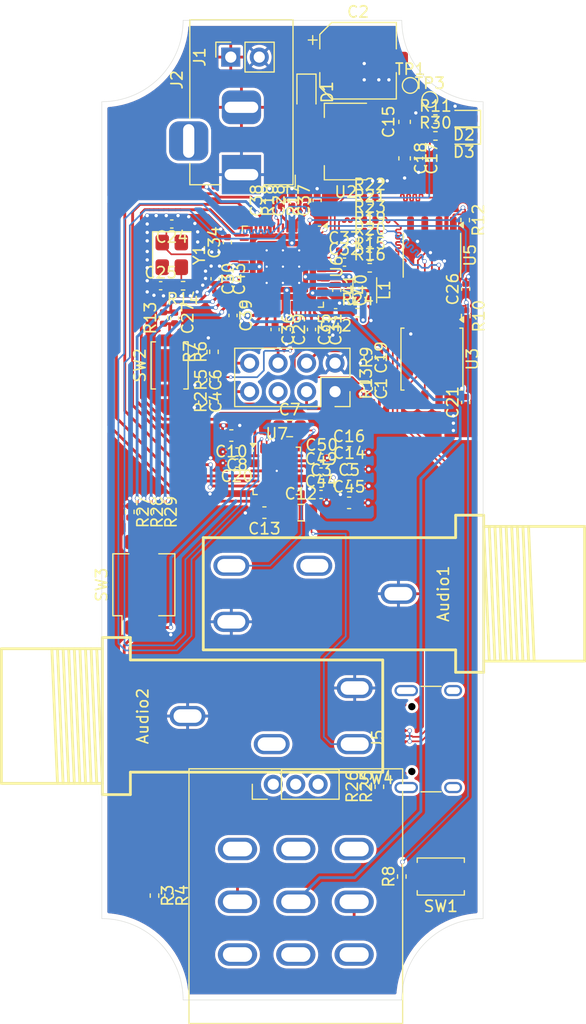
<source format=kicad_pcb>
(kicad_pcb (version 20241229) (generator "pcbnew") (generator_version "9.0")
  (layers (0 "F.Cu" signal "Front") (4 "In1.Cu" signal) (6 "In2.Cu" signal) (2 "B.Cu" signal "Back") (13 "F.Paste" user) (15 "B.Paste" user) (5 "F.SilkS" user "F.Silkscreen") (7 "B.SilkS" user "B.Silkscreen") (1 "F.Mask" user) (3 "B.Mask" user) (25 "Edge.Cuts" user))
  (net 0 "")
  (net 1 "+9V")
  (net 2 "GND")
  (net 3 "+3V3")
  (net 4 "/POT_1")
  (net 5 "/POT_2")
  (net 6 "/POT_3")
  (net 7 "/POT_4")
  (net 8 "+BATT")
  (net 9 "Net-(D2-A)")
  (net 10 "Net-(J3-Pin_5)")
  (net 11 "Net-(J3-Pin_3)")
  (net 12 "Net-(J3-Pin_4)")
  (net 13 "/SW2")
  (net 14 "/SW1")
  (net 15 "Net-(J3-Pin_7)")
  (net 16 "+1V1")
  (net 17 "/XIN")
  (net 18 "/RUN_RESET")
  (net 19 "/XOUT")
  (net 20 "/USB_D+")
  (net 21 "/QSPI_SS")
  (net 22 "/USB_D-")
  (net 23 "/QSPI_SCLK")
  (net 24 "/PSRAM_SS")
  (net 25 "/QSPI_SD0")
  (net 26 "/QSPI_SD3")
  (net 27 "/QSPI_SD1")
  (net 28 "/QSPI_SD2")
  (net 29 "Net-(C25-Pad2)")
  (net 30 "Net-(C27-Pad2)")
  (net 31 "Net-(R8-Pad1)")
  (net 32 "Net-(U6-USB_DP)")
  (net 33 "Net-(U6-USB_DM)")
  (net 34 "/I2C_CODEC_SCL")
  (net 35 "/I2C_CODEC_SDA")
  (net 36 "Net-(U6-VREG_AVDD)")
  (net 37 "/I^{2}S_LRCK")
  (net 38 "/I^{2}S_MCLK")
  (net 39 "/I^{2}S_SCLK")
  (net 40 "/I^{2}S_SDOUT")
  (net 41 "/I^{2}S_SDIN")
  (net 42 "Net-(J5-CC1)")
  (net 49 "Net-(J5-CC2)")
  (net 51 "Net-(U6-VREG_LX)")
  (net 52 "Net-(U6-QSPI_SCLK)")
  (net 53 "Net-(U6-QSPI_SD3)")
  (net 54 "Net-(U6-QSPI_SD2)")
  (net 55 "Net-(U6-QSPI_SD1)")
  (net 56 "Net-(U6-QSPI_SD0)")
  (net 57 "/MODE1")
  (net 58 "/MODE2")
  (net 59 "/MODE3")
  (net 60 "/OUT")
  (net 61 "/IN")
  (net 80 "Net-(U7-LIN1)")
  (net 81 "Net-(U7-LOUT1)")
  (net 82 "Net-(U7-VREF)")
  (net 83 "Net-(U7-ADCVREF)")
  (net 84 "Net-(U7-VMID)")
  (net 85 "/CODEC_CE")
  (net 86 "Net-(D3-A)")
  (net 93 "Net-(U6-GPIO6)")
  (net 97 "Net-(R3-Pad2)")
  (net 98 "Net-(R4-Pad2)")
  (net 99 "/ON_OFF")
  (footprint "Capacitor_SMD:C_0402_1005Metric" (layer "F.Cu") (at 193.35 50.75 180)
    (property "Reference" "C42")
    (property "Value" "4.7u")
  )
  (footprint "Diode_SMD:D_SOD-323" (layer "F.Cu") (at 190.75 31.1 -90)
    (property "Reference" "D1")
    (property "Value" "B5819W SL")
  )
  (footprint "Resistor_SMD:R_0402_1005Metric" (layer "F.Cu") (at 178.5 102.7 -90)
    (property "Reference" "R4")
    (property "Value" "10k")
  )
  (footprint "Resistor_SMD:R_0402_1005Metric" (layer "F.Cu") (at 197.27 54.74 90)
    (property "Reference" "R9")
    (property "Value" "10k")
  )
  (footprint "Resistor_SMD:R_0402_1005Metric" (layer "F.Cu") (at 196.39 41.5)
    (property "Reference" "R21")
    (property "Value" "33")
  )
  (footprint "Capacitor_SMD:C_0402_1005Metric" (layer "F.Cu") (at 177.75 48.35)
    (property "Reference" "C25")
    (property "Value" "15p")
  )
  (footprint "Resistor_SMD:R_0402_1005Metric" (layer "F.Cu") (at 179.75 48.35 180)
    (property "Reference" "R14")
    (property "Value" "1k")
  )
  (footprint "Capacitor_SMD:C_0402_1005Metric" (layer "F.Cu") (at 192.05 64.95)
    (property "Reference" "C49")
    (property "Value" "100n")
  )
  (footprint "Button_Switch_SMD:SW_SPST_TS-1088-xR020" (layer "F.Cu") (at 202.725 101 180)
    (property "Reference" "SW1")
    (property "Value" "USB_BOOT")
  )
  (footprint "Connector_USB:USB_C_Receptacle_HCTL_HC-TYPE-C-16P-01A" (layer "F.Cu") (at 202.75 88.75 90)
    (property "Reference" "J5")
    (property "Value" "USB_C_Receptacle_USB2.0_16P")
  )
  (footprint "LED_SMD:LED_0603_1608Metric" (layer "F.Cu") (at 204.7875 35 180)
    (property "Reference" "D3")
    (property "Value" "CTL1")
  )
  (footprint "Capacitor_SMD:C_0402_1005Metric" (layer "F.Cu") (at 192.2 52.25 -90)
    (property "Reference" "C31")
    (property "Value" "100n")
  )
  (footprint "Capacitor_SMD:C_0402_1005Metric" (layer "F.Cu") (at 187.95 52.25 -90)
    (property "Reference" "C36")
    (property "Value" "100n")
  )
  (footprint "Capacitor_SMD:C_0402_1005Metric" (layer "F.Cu") (at 196.25 54.75 -90)
    (property "Reference" "C19")
    (property "Value" "100n")
  )
  (footprint "Connector_PinSocket_2.54mm:PinSocket_1x02_P2.54mm_Vertical" (layer "F.Cu") (at 184 27.975 90)
    (property "Reference" "J1")
    (property "Value" "9V")
  )
  (footprint "Resistor_SMD:R_0402_1005Metric" (layer "F.Cu") (at 182.5 54.24 90)
    (property "Reference" "R6")
    (property "Value" "10k")
  )
  (footprint "Capacitor_SMD:C_0805_2012Metric" (layer "F.Cu") (at 189.25 61.07)
    (property "Reference" "C7")
    (property "Value" "1u")
  )
  (footprint "Button_Switch_SMD:SW_SPST_TS-1088-xR020" (layer "F.Cu") (at 178.55 55.45 90)
    (property "Reference" "SW2")
    (property "Value" "USB_BOOT")
  )
  (footprint "Capacitor_SMD:C_0402_1005Metric" (layer "F.Cu") (at 204.95 48.65 90)
    (property "Reference" "C26")
    (property "Value" "100n")
  )
  (footprint "Inductor_SMD:L_Murata_DFE201610P" (layer "F.Cu") (at 195.95 48.75 -90)
    (property "Reference" "L1")
    (property "Value" "AOTA-B201610S3R3-101-T")
  )
  (footprint "Capacitor_SMD:C_0402_1005Metric" (layer "F.Cu") (at 191.7 40.75 90)
    (property "Reference" "C37")
    (property "Value" "100n")
  )
  (footprint "Package_SO:SOIC-8_5.3x5.3mm_P1.27mm" (layer "F.Cu") (at 201.935 54.8875 -90)
    (property "Reference" "U3")
    (property "Value" "W25Q128JVS")
  )
  (footprint "Capacitor_SMD:C_0402_1005Metric" (layer "F.Cu") (at 189.45 40.75 90)
    (property "Reference" "C28")
    (property "Value" "100n")
  )
  (footprint "Resistor_SMD:R_0402_1005Metric" (layer "F.Cu") (at 204.95 51.05 -90)
    (property "Reference" "R10")
    (property "Value" "10k")
  )
  (footprint "Resistor_SMD:R_0402_1005Metric" (layer "F.Cu") (at 195.3 50.75)
    (property "Reference" "R24")
    (property "Value" "33")
  )
  (footprint "Button_Switch_SMD:SW_DIP_SPSTx03_Slide_KingTek_DSHP03TS_W7.62mm_P1.27mm" (layer "F.Cu") (at 176.25 75 90)
    (property "Reference" "SW3")
    (property "Value" "MODE")
  )
  (footprint "Capacitor_SMD:C_0603_1608Metric" (layer "F.Cu") (at 187 68.57 180)
    (property "Reference" "C13")
    (property "Value" "10u")
  )
  (footprint "Resistor_SMD:R_0402_1005Metric" (layer "F.Cu") (at 196.39 40.5)
    (property "Reference" "R22")
    (property "Value" "33")
  )
  (footprint "Capacitor_SMD:C_0402_1005Metric" (layer "F.Cu") (at 181.5 56.74 -90)
    (property "Reference" "C6")
    (property "Value" "100n")
  )
  (footprint "Capacitor_SMD:C_0402_1005Metric" (layer "F.Cu") (at 192.05 66.95)
    (property "Reference" "C44")
    (property "Value" "100n")
  )
  (footprint "Resistor_SMD:R_0402_1005Metric" (layer "F.Cu") (at 190.75 40.75 90)
    (property "Reference" "R17")
    (property "Value" "10k")
  )
  (footprint "Capacitor_SMD:C_0402_1005Metric" (layer "F.Cu") (at 204.95 58.75 90)
    (property "Reference" "C21")
    (property "Value" "100n")
  )
  (footprint "Capacitor_SMD:C_0402_1005Metric" (layer "F.Cu") (at 182.6 47.73 -90)
    (property "Reference" "C30")
    (property "Value" "4.7u")
  )
  (footprint "AREA_lib_composant:3PDT_LED" (layer "F.Cu") (at 189.8 103.25)
    (property "Reference" "SW4")
    (property "Value" "~")
  )
  (footprint "Capacitor_SMD:CP_Elec_6.3x7.7" (layer "F.Cu") (at 195.35 28.3)
    (property "Reference" "C2")
    (property "Value" "220u")
  )
  (footprint "Resistor_SMD:R_0402_1005Metric" (layer "F.Cu") (at 196.39 43.5)
    (property "Reference" "R19")
    (property "Value" "33")
  )
  (footprint "Resistor_SMD:R_0402_1005Metric" (layer "F.Cu") (at 197.25 57.52 90)
    (property "Reference" "R1")
    (property "Value" "10k")
  )
  (footprint "Capacitor_SMD:C_0402_1005Metric" (layer "F.Cu") (at 184.535 64.16 180)
    (property "Reference" "C20")
    (property "Value" "100n")
  )
  (footprint "Capacitor_SMD:C_0402_1005Metric" (layer "F.Cu") (at 188.95 52.25 -90)
    (property "Reference" "C29")
    (property "Value" "100n")
  )
  (footprint "Capacitor_SMD:C_0402_1005Metric" (layer "F.Cu") (at 194.45 48.75 -90)
    (property "Reference" "C40")
    (property "Value" "4.7u")
  )
  (footprint "Capacitor_SMD:C_0402_1005Metric" (layer "F.Cu") (at 192.1 63.7)
    (property "Reference" "C50")
    (property "Value" "100n")
  )
  (footprint "Capacitor_SMD:C_0603_1608Metric" (layer "F.Cu") (at 194.55 67.7)
    (property "Reference" "C45")
    (property "Value" "10u")
  )
  (footprint "Resistor_SMD:R_0402_1005Metric" (layer "F.Cu") (at 177.2 102.7 -90)
    (property "Reference" "R3")
    (property "Value" "10k")
  )
  (footprint "Capacitor_SMD:C_0402_1005Metric" (layer "F.Cu") (at 183.6 47.75 -90)
    (property "Reference" "C43")
    (property "Value" "100n")
  )
  (footprint "Capacitor_SMD:C_0402_1005Metric" (layer "F.Cu") (at 184.2 51 -90)
    (property "Reference" "C39")
    (property "Value" "100n")
  )
  (footprint "Capacitor_SMD:C_0402_1005Metric" (layer "F.Cu") (at 187.45 40.75 90)
    (property "Reference" "C38")
    (property "Value" "100n")
  )
  (footprint "Capacitor_SMD:C_0402_1005Metric" (layer "F.Cu") (at 178.74 42.85 180)
    (property "Reference" "C24")
    (property "Value" "15p")
  )
  (footprint "Resistor_SMD:R_0402_1005Metric" (layer "F.Cu") (at 178 51.225 90)
    (property "Reference" "R13")
    (property "Value" "1k")
  )
  (footprint "Package_TO_SOT_SMD:SOT-223-3_TabPin2" (layer "F.Cu") (at 194.25 35.5 180)
    (property "Reference" "U2")
    (property "Value" "AMS1117-3.3")
  )
  (footprint "Resistor_SMD:R_0402_1005Metric" (layer "F.Cu") (at 196.39 46.75)
    (property "Reference" "R16")
    (property "Value" "27")
  )
  (footprint "Capacitor_SMD:C_0603_1608Metric" (layer "F.Cu") (at 194.55 63.2)
    (property "Reference" "C16")
    (property "Value" "10u")
  )
  (footprint "Resistor_SMD:R_0402_1005Metric" (layer "F.Cu") (at 196.39 45.75)
    (property "Reference" "R15")
    (property "Value" "27")
  )
  (footprint "Resistor_SMD:R_0402_1005Metric" (layer "F.Cu") (at 181.5 54.25 90)
    (property "Reference" "R7")
    (property "Value" "10k")
  )
  (footprint "Resistor_SMD:R_0402_1005Metric" (layer "F.Cu") (at 196.39 44.5)
    (property "Reference" "R20")
    (property "Value" "33")
  )
  (footprint "Capacitor_SMD:C_0603_1608Metric" (layer "F.Cu") (at 199.5 33.75 90)
    (property "Reference" "C15")
    (property "Value" "10u")
  )
  (footprint "Resistor_SMD:R_0402_1005Metric" (layer "F.Cu") (at 175 68.5 -90)
    (property "Reference" "R27")
    (property "Value" "10k")
  )
  (footprint "Resistor_SMD:R_0402_1005Metric" (layer "F.Cu") (at 182.51 56.73 90)
    (property "Reference" "R5")
    (property "Value" "10k")
  )
  (footprint "Capacitor_SMD:C_0402_1005Metric" (layer "F.Cu") (at 196.26 57.53 -90)
    (property "Reference" "C1")
    (property "Value" "100n")
  )
  (footprint "Resistor_SMD:R_0402_1005Metric" (layer "F.Cu") (at 182.5 58.71 90)
    (property "Reference" "R2")
    (property "Value" "10k")
  )
  (footprint "Capacitor_SMD:C_0402_1005Metric" (layer "F.Cu") (at 181.5 58.72 -90)
    (property "Reference" "C4")
    (property "Value" "100n")
  )
  (footprint "Capacitor_SMD:C_0402_1005Metric" (layer "F.Cu") (at 183.7 44.5 90)
    (property "Reference" "C34")
    (property "Value" "100n")
  )
  (footprint "Capacitor_SMD:C_0402_1005Metric" (layer "F.Cu") (at 193.45 48.75 -90)
    (property "Reference" "C41")
    (property "Value" "4.7u")
  )
  (footprint "Resistor_SMD:R_0402_1005Metric" (layer "F.Cu") (at 199.25 101 90)
    (property "Reference" "R8")
    (property "Value" "1k")
  )
  (footprint "Capacitor_SMD:C_0402_1005Metric" (layer "F.Cu") (at 184.555 63.16 180)
    (property "Reference" "C8")
    (property "Value" "100n")
  )
  (footprint "Capacitor_SMD:C_0402_1005Metric" (layer "F.Cu") (at 200.75 37 -90)
    (property "Reference" "C17")
    (property "Value" "100n")
  )
  (footprint "Capacitor_SMD:C_0603_1608Metric" (layer "F.Cu") (at 199.5 37 -90)
    (property "Reference" "C18")
    (property "Value" "10u")
  )
  (footprint "Connector_BarrelJack:BarrelJack_Horizontal" (layer "F.Cu") (at 184.95 38.45 -90)
    (property "Reference" "J2")
    (property "Value" "Barrel_Jack_MountingPin")
  )
  (footprint "Resistor_SMD:R_0402_1005Metric" (layer "F.Cu") (at 176.26 68.51 -90)
    (property "Reference" "R28")
    (property "Value" "10k")
  )
  (footprint "Resistor_SMD:R_0402_1005Metric" (layer "F.Cu") (at 196 93 90)
    (property "Reference" "R26")
    (property "Value" "5k1")
  )
  (footprint "Package_SO:SOIC-8_3.9x4.9mm_P1.27mm" (layer "F.Cu") (at 201.935 45.6375 -90)
    (property "Reference" "U5")
    (property "Value" "APS1604M-3SQRx-SN")
  )
  (footprint "Connector_PinSocket_2.54mm:PinSocket_2x04_P2.54mm_Vertical" (layer "F.Cu") (at 193.3 57.79 -90)
    (property "Reference" "J3")
    (property "Value" "MOBO_Con")
  )
  (footprint "Resistor_SMD:R_0402_1005Metric" (layer "F.Cu") (at 177.5 68.51 -90)
    (property "Reference" "R29")
    (property "Value" "10k")
  )
  (footprint "Crystal:Crystal_SMD_3225-4Pin_3.2x2.5mm" (layer "F.Cu") (at 178.74 45.6 -90)
    (property "Reference" "Y1")
    (property "Value" "ABM8-272-T3")
  )
  (footprint "Resistor_SMD:R_0402_1005Metric" (layer "F.Cu") (at 197.25 93 90)
    (property "Reference" "R25")
    (property "Value" "5k1")
  )
  (footprint "Capacitor_SMD:C_0402_1005Metric" (layer "F.Cu") (at 194.14 45.25)
    (property "Reference" "C33")
    (property "Value" "100n")
  )
  (footprint "Capacitor_SMD:C_0402_1005Metric" (layer "F.Cu") (at 192.05 65.95)
    (property "Reference" "C3")
    (property "Value" "100n")
  )
  (footprint "Package_DFN_QFN:QFN-28-1EP_4x4mm_P0.45mm_EP2.6x2.6mm" (layer "F.Cu") (at 188.1 64.85)
    (property "Reference" "U7")
    (property "Value" "ES8388")
  )
  (footprint "Package_DFN_QFN:QFN-60-1EP_7x7mm_P0.4mm_EP3.4x3.4mm_ThermalVias" (layer "F.Cu") (at 188.65 46.65 -90)
    (property "Reference" "U6")
    (property "Value" "RP2354A-QFN60")
  )
  (footprint "Resistor_SMD:R_0402_1005Metric" (layer "F.Cu") (at 188.5 40.75 90)
    (property "Reference" "R18")
    (property "Value" "10k")
  )
  (footprint "Capacitor_SMD:C_0805_2012Metric" (layer "F.Cu") (at 190.25 68.57)
    (property "Reference" "C12")
    (property "Value" "1u")
  )
  (footprint "Capacitor_SMD:C_0603_1608Metric" (layer "F.Cu") (at 194.55 66.2)
    (property "Reference" "C5")
    (property "Value" "10u")
  )
  (footprint "LED_SMD:LED_0603_1608Metric" (layer "F.Cu") (at 204.7875 33.46 180)
    (property "Reference" "D2")
    (property "Value" "CTL1")
  )
  (footprint "AREA_lib_composant:AUDIO-TH_PJ-603A_1" (layer "F.Cu") (at 187.6 86.7 90)
    (property "Reference" "Audio2")
    (property "Value" "PJ-603A")
  )
  (footprint "Resistor_SMD:R_0402_1005Metric" (layer "F.Cu") (at 202.25 35)
    (property "Reference" "R30")
    (property "Value" "330")
  )
  (footprint "Resistor_SMD:R_0402_1005Metric" (layer "F.Cu") (at 196.39 42.5)
    (property "Reference" "R23")
    (property "Value" "33")
  )
  (footprint "Capacitor_SMD:C_0402_1005Metric" (layer "F.Cu") (at 179 51.225 -90)
    (property "Reference" "C27")
    (property "Value" "100n")
  )
  (footprint "AREA_lib_composant:AUDIO-TH_PJ-603A_1" (layer "F.Cu") (at 191.5 75.8 -90)
    (property "Reference" "Audio1")
    (property "Value" "PJ-603A")
  )
  (footprint "Capacitor_SMD:C_0402_1005Metric" (layer "F.Cu") (at 191.2 52.25 -90)
    (property "Reference" "C35")
    (property "Value" "100n")
  )
  (footprint "Resistor_SMD:R_0402_1005Metric" (layer "F.Cu") (at 202.25 33.5)
    (property "Reference" "R11")
    (property "Value" "330")
  )
  (footprint "Capacitor_SMD:C_0402_1005Metric" (layer "F.Cu") (at 194.14 46.25)
    (property "Reference" "C32")
    (property "Value" "100n")
  )
  (footprint "Resistor_SMD:R_0402_1005Metric" (layer "F.Cu") (at 204.9 42.5 -90)
    (property "Reference" "R12")
    (property "Value" "10k")
  )
  (footprint "TestPoint:TestPoint_Pad_D1.0mm" (layer "F.Cu") (at 200 30.5)
    (property "Reference" "TP1")
    (property "Value" "9V")
  )
  (footprint "Capacitor_SMD:C_0603_1608Metric" (layer "F.Cu") (at 184.05 61.7 180)
    (property "Reference" "C10")
    (property "Value" "10u")
  )
  (footprint "TestPoint:TestPoint_Pad_D1.0mm" (layer "F.Cu") (at 201.75 31.75)
    (property "Reference" "TP3")
    (property "Value" "3V3")
  )
  (footprint "Capacitor_SMD:C_0603_1608Metric" (layer "F.Cu") (at 194.575 64.7)
    (property "Reference" "C14")
    (property "Value" "10u")
  )
  (gr_line (start 179.75 24.7) (end 199.25 24.7) (stroke (width 0.0381)) (layer "Edge.Cuts"))
  (gr_arc (start 179.75 24.7) (mid 177.626524 29.826524) (end 172.5 31.95) (stroke (width 0.0381)) (layer "Edge.Cuts"))
  (gr_line (start 206.5 31.95) (end 206.5 104.75) (stroke (width 0.0381)) (layer "Edge.Cuts"))
  (gr_line (start 172.501526 31.949999) (end 172.5 104.75) (stroke (width 0.0381)) (layer "Edge.Cuts"))
  (gr_arc (start 206.5 31.95) (mid 201.373476 29.826524) (end 199.25 24.7) (stroke (width 0.0381)) (layer "Edge.Cuts"))
  (gr_arc (start 172.5 104.75) (mid 177.626524 106.873476) (end 179.75 112) (stroke (width 0.0381)) (layer "Edge.Cuts"))
  (gr_arc (start 199.25 112) (mid 201.373476 106.873476) (end 206.5 104.75) (stroke (width 0.0381)) (layer "Edge.Cuts"))
  (gr_line (start 199.25 112) (end 179.75 112) (stroke (width 0.0381)) (layer "Edge.Cuts"))
  (segment (start 197.4 31.4) (end 197.4 33.2) (width 0.254) (layer "F.Cu") (net 1))
  (segment (start 200 30.5) (end 198.3 30.5) (width 0.254) (layer "F.Cu") (net 1))
  (segment (start 198.3 30.5) (end 197.4 31.4) (width 0.254) (layer "F.Cu") (net 1))
  (segment (start 193.15 65.45) (end 192.53 65.45) (width 0.25) (layer "F.Cu") (net 2))
  (segment (start 183.275 61.7) (end 183.275 60.875) (width 0.25) (layer "F.Cu") (net 2))
  (segment (start 186.15 64.85) (end 188.1 64.85) (width 0.25) (layer "F.Cu") (net 2))
  (segment (start 195.35 64.7) (end 196.3 64.7) (width 0.25) (layer "F.Cu") (net 2))
  (segment (start 192.53 65.45) (end 192.53 65.95) (width 0.25) (layer "F.Cu") (net 2))
  (segment (start 192.53 67.68) (end 192.55 67.7) (width 0.25) (layer "F.Cu") (net 2))
  (segment (start 204.95 48.17) (end 204.95 47.785) (width 0.25) (layer "F.Cu") (net 2))
  (segment (start 192.53 65.95) (end 192.53 66.45) (width 0.25) (layer "F.Cu") (net 2))
  (segment (start 192.53 66.45) (end 192.53 66.95) (width 0.25) (layer "F.Cu") (net 2))
  (segment (start 195.325 67.7) (end 196.25 67.7) (width 0.25) (layer "F.Cu") (net 2))
  (segment (start 192.53 66.95) (end 192.53 67.68) (width 0.25) (layer "F.Cu") (net 2))
  (segment (start 204.95 58.27) (end 204.6 57.92) (width 0.25) (layer "F.Cu") (net 2))
  (segment (start 190.05 64.85) (end 188.1 64.85) (width 0.25) (layer "F.Cu") (net 2))
  (segment (start 195.325 66.2) (end 196.3 66.2) (width 0.25) (layer "F.Cu") (net 2))
  (segment (start 189 66.8) (end 189 65.75) (width 0.25) (layer "F.Cu") (net 2))
  (segment (start 189.45 40.27) (end 189.45 39.7) (width 0.25) (layer "F.Cu") (net 2))
  (segment (start 204.95 47.785) (end 205.185 47.55) (width 0.25) (layer "F.Cu") (net 2))
  (segment (start 195.325 63.2) (end 196.3 63.2) (width 0.25) (layer "F.Cu") (net 2))
  (segment (start 204.6 57.92) (end 204.6 57.5) (width 0.25) (layer "F.Cu") (net 2))
  (segment (start 183.275 60.875) (end 183.35 60.8) (width 0.25) (layer "F.Cu") (net 2))
  (segment (start 187.45 40.27) (end 187.45 39.7) (width 0.25) (layer "F.Cu") (net 2))
  (segment (start 192.53 64.95) (end 192.53 65.45) (width 0.25) (layer "F.Cu") (net 2))
  (segment (start 189 65.75) (end 188.1 64.85) (width 0.25) (layer "F.Cu") (net 2))
  (segment (start 191.7 40.27) (end 191.7 39.7) (width 0.25) (layer "F.Cu") (net 2))
  (via (at 184.95 51.5) (size 0.4) (drill 0.3) (layers "F.Cu" "B.Cu") (net 2))
  (via (at 188.95 53.55) (size 0.4) (drill 0.3) (layers "F.Cu" "B.Cu") (net 2))
  (via (at 191.7 39.7) (size 0.4) (drill 0.3) (layers "F.Cu" "B.Cu") (net 2))
  (via (at 204 32.35) (size 0.4) (drill 0.3) (layers "F.Cu" "B.Cu") (net 2))
  (via (at 197.3 39) (size 0.4) (drill 0.3) (layers "F.Cu" "B.Cu") (net 2))
  (via (at 204.6 57.5) (size 0.4) (drill 0.3) (layers "F.Cu" "B.Cu") (net 2))
  (via (at 198.1 30) (size 0.4) (drill 0.3) (layers "F.Cu" "B.Cu") (net 2))
  (via (at 181.75 47.05) (size 0.4) (drill 0.3) (layers "F.Cu" "B.Cu") (net 2))
  (via (at 176.55 46.05) (size 0.4) (drill 0.3) (layers "F.Cu" "B.Cu") (net 2))
  (via (at 175 67.3) (size 0.4) (drill 0.3) (layers "F.Cu" "B.Cu") (net 2))
  (via (at 182.95 45.35) (size 0.4) (drill 0.3) (layers "F.Cu" "B.Cu") (net 2))
  (via (at 178.75 49.25) (size 0.4) (drill 0.3) (layers "F.Cu" "B.Cu") (net 2))
  (via (at 181.05 44.45) (size 0.4) (drill 0.3) (layers "F.Cu" "B.Cu") (net 2))
  (via (at 193.7 49.9) (size 0.4) (drill 0.3) (layers "F.Cu" "B.Cu") (net 2))
  (via (at 200.75 38.25) (size 0.4) (drill 0.3) (layers "F.Cu" "B.Cu") (net 2))
  (via (at 176.25 67.3) (size 0.4) (drill 0.3) (layers "F.Cu" "B.Cu") (net 2))
  (via (at 183.35 60.8) (size 0.4) (drill 0.3) (layers "F.Cu" "B.Cu") (net 2))
  (via (at 179.6 49.25) (size 0.4) (drill 0.3) (layers "F.Cu" "B.Cu") (net 2))
  (via (at 200.05 52.65) (size 0.4) (drill 0.3) (layers "F.Cu" "B.Cu") (net 2))
  (via (at 200.5 32.95) (size 0.4) (drill 0.3) (layers "F.Cu" "B.Cu") (net 2))
  (via (at 181.75 47.7) (size 0.4) (drill 0.3) (layers "F.Cu" "B.Cu") (net 2))
  (via (at 185.3 68.6) (size 0.4) (drill 0.3) (layers "F.Cu" "B.Cu") (net 2))
  (via (at 178 49.25) (size 0.4) (drill 0.3) (layers "F.Cu" "B.Cu") (net 2))
  (via (at 181.55 45.1) (size 0.4) (drill 0.3) (layers "F.Cu" "B.Cu") (net 2))
  (via (at 193.15 65.45) (size 0.4) (drill 0.3) (layers "F.Cu" "B.Cu") (net 2))
  (via (at 199.5 38.75) (size 0.4) (drill 0.3) (layers "F.Cu" "B.Cu") (net 2))
  (via (at 183 46.6) (size 0.4) (drill 0.3) (layers "F.Cu" "B.Cu") (net 2))
  (via (at 181 48.9) (size 0.4) (drill 0.3) (layers "F.Cu" "B.Cu") (net 2))
  (via (at 189.45 39.7) (size 0.4) (drill 0.3) (layers "F.Cu" "B.Cu") (net 2))
  (via (at 196.3 64.7) (size 0.4) (drill 0.3) (layers "F.Cu" "B.Cu") (net 2))
  (via (at 193.1 52.75) (size 0.4) (drill 0.3) (layers "F.Cu" "B.Cu") (net 2))
  (via (at 195.3 45.2) (size 0.4) (drill 0.3) (layers "F.Cu" "B.Cu") (net 2))
  (via (at 180.8 42.8) (size 0.4) (drill 0.3) (layers "F.Cu" "B.Cu") (net 2))
  (via (at 193.1 51.55) (size 0.4) (drill 0.3) (layers "F.Cu" "B.Cu") (net 2))
  (via (at 188.1 64.85) (size 0.3) (drill 0.2) (layers "F.Cu" "B.Cu") (net 2))
  (via (at 177.35 42.1) (size 0.4) (drill 0.3) (layers "F.Cu" "B.Cu") (net 2))
  (via (at 200.65 44.4) (size 0.4) (drill 0.3) (layers "F.Cu" "B.Cu") (net 2))
  (via (at 182.25 46.6) (size 0.4) (drill 0.3) (layers "F.Cu" "B.Cu") (net 2))
  (via (at 176.55 42.1) (size 0.4) (drill 0.3) (layers "F.Cu" "B.Cu") (net 2))
  (via (at 182 53) (size 0.4) (drill 0.3) (layers "F.Cu" "B.Cu") (net 2))
  (via (at 201.8 45.4) (size 0.4) (drill 0.3) (layers "F.Cu" "B.Cu") (net 2))
  (via (at 195.55 55.25) (size 0.4) (drill 0.3) (layers "F.Cu" "B.Cu") (net 2))
  (via (at 196.65 39) (size 0.4) (drill 0.3) (layers "F.Cu" "B.Cu") (net 2))
  (via (at 180.25 42.2) (size 0.4) (drill 0.3) (layers "F.Cu" "B.Cu") (net 2))
  (via (at 176.55 44.35) (size 0.4) (drill 0.3) (layers "F.Cu" "B.Cu") (net 2))
  (via (at 182.15 66.9) (size 0.4) (drill 0.3) (layers "F.Cu" "B.Cu") (net 2))
  (via (at 187.8 62.1) (size 0.4) (drill 0.3) (layers "F.Cu" "B.Cu") (net 2))
  (via (at 180.8 57.2) (size 0.4) (drill 0.3) (layers "F.Cu" "B.Cu") (net 2))
  (via (at 182.3 45.35) (size 0.4) (drill 0.3) (layers "F.Cu" "B.Cu") (net 2))
  (via (at 181.5 48.3) (size 0.4) (drill 0.3) (layers "F.Cu" "B.Cu") (net 2))
  (via (at 183.1 43.3) (size 0.4) (drill 0.3) (layers "F.Cu" "B.Cu") (net 2))
  (via (at 179.3 42.1) (size 0.4) (drill 0.3) (layers "F.Cu" "B.Cu") (net 2))
  (via (at 203.05 46.15) (size 0.4) (drill 0.3) (layers "F.Cu" "B.Cu") (net 2))
  (via (at 176.55 45.3) (size 0.4) (drill 0.3) (layers "F.Cu" "B.Cu") (net 2))
  (via (at 195.2 43.95) (size 0.4) (drill 0.3) (layers "F.Cu" "B.Cu") (net 2))
  (via (at 178.25 42.1) (size 0.4) (drill 0.3) (layers "F.Cu" "B.Cu") (net 2))
  (via (at 196.3 63.2) (size 0.4) (drill 0.3) (layers "F.Cu" "B.Cu") (net 2))
  (via (at 195.9 30) (size 0.4) (drill 0.3) (layers "F.Cu" "B.Cu") (net 2))
  (via (at 195.9 28.55) (size 0.4) (drill 0.3) (layers "F.Cu" "B.Cu") (net 2))
  (via (at 178.65 79.45) (size 0.4) (drill 0.3) (layers "F.Cu" "B.Cu") (net 2))
  (via (at 176.55 48.9) (size 0.4) (drill 0.3) (layers "F.Cu" "B.Cu") (net 2))
  (via (at 196.5 51.45) (size 0.4) (drill 0.3) (layers "F.Cu" "B.Cu") (net 2))
  (via (at 183.3 63.15) (size 0.3) (drill 0.2) (layers "F.Cu" "B.Cu") (net 2))
  (via (at 182.2 63.7) (size 0.4) (drill 0.3) (layers "F.Cu" "B.Cu") (net 2))
  (via (at 176.55 47.9) (size 0.4) (drill 0.3) (layers "F.Cu" "B.Cu") (net 2))
  (via (at 176.55 42.85) (size 0.4) (drill 0.3) (layers "F.Cu" "B.Cu") (net 2))
  (via (at 183.3 64.15) (size 0.3) (drill 0.2) (layers "F.Cu" "B.Cu") (net 2))
  (via (at 176.55 46.75) (size 0.4) (drill 0.3) (layers "F.Cu" "B.Cu") (net 2))
  (via (at 205.185 47.55) (size 0.4) (drill 0.3) (layers "F.Cu" "B.Cu") (net 2))
  (via (at 187.45 39.7) (size 0.4) (drill 0.3) (layers "F.Cu" "B.Cu") (net 2))
  (via (at 177.5 67.3) (size 0.4) (drill 0.3) (layers "F.Cu" "B.Cu") (net 2))
  (via (at 197.2 30) (size 0.4) (drill 0.3) (layers "F.Cu" "B.Cu") (net 2))
  (via (at 176.55 43.6) (size 0.4) (drill 0.3) (layers "F.Cu" "B.Cu") (net 2))
  (via (at 197.95 39) (size 0.4) (drill 0.3) (layers "F.Cu" "B.Cu") (net 2))
  (via (at 192.55 67.7) (size 0.4) (drill 0.3) (layers "F.Cu" "B.Cu") (net 2))
  (via (at 196.3 66.2) (size 0.4) (drill 0.3) (layers "F.Cu" "B.Cu") (net 2))
  (via (at 180.4 49.25) (size 0.4) (drill 0.3) (layers "F.Cu" "B.Cu") (net 2))
  (via (at 177.15 49.2) (size 0.4) (drill 0.3) (layers "F.Cu" "B.Cu") (net 2))
  (via (at 194.300003 49.9) (size 0.4) (drill 0.3) (layers "F.Cu" "B.Cu") (net 2))
  (via (at 196.25 67.7) (size 0.4) (drill 0.3) (layers "F.Cu" "B.Cu") (net 2))
  (via (at 195.55 58) (size 0.4) (drill 0.3) (layers "F.Cu" "B.Cu") (net 2))
  (via (at 192.58 63.7) (size 0.3) (drill 0.2) (layers "F.Cu" "B.Cu") (net 2))
  (via (at 181.05 43.55) (size 0.4) (drill 0.3) (layers "F.Cu" "B.Cu") (net 2))
  (via (at 180.75 59.2) (size 0.4) (drill 0.3) (layers "F.Cu" "B.Cu") (net 2))
  (segment (start 193.66 45.25) (end 193.66 46.25) (width 0.25) (layer "F.Cu") (net 3))
  (segment (start 191.35 46.25) (end 191.35 46.65) (width 0.25) (layer "F.Cu") (net 3))
  (segment (start 195.8 51.4) (end 195.8 50.76) (width 0.25) (layer "F.Cu") (net 3))
  (segment (start 193.775 66.2) (end 193.775 66.95) (width 0.5) (layer "F.Cu") (net 3))
  (segment (start 188.65 50.1) (end 188.65 50.606123) (width 0.25) (layer "F.Cu") (net 3))
  (segment (start 184.825 61.7) (end 184.825 62.95) (width 0.25) (layer "F.Cu") (net 3))
  (segment (start 185.2 45.45) (end 184.65 45.45) (width 0.25) (layer "F.Cu") (net 3))
  (segment (start 188.456123 50.8) (end 188.2 50.8) (width 0.25) (layer "F.Cu") (net 3))
  (segment (start 192.1 46.65) (end 191.35 46.65) (width 0.25) (layer "F.Cu") (net 3))
  (segment (start 185.035 64.14) (end 185.015 64.16) (width 0.25) (layer "F.Cu") (net 3))
  (segment (start 177.75 103.95) (end 174.7 103.95) (width 0.25) (layer "F.Cu") (net 3))
  (segment (start 188.65 50.1) (end 188.65 49.35) (width 0.25) (layer "F.Cu") (net 3))
  (segment (start 184.825 60.825) (end 184.8 60.8) (width 0.25) (layer "F.Cu") (net 3))
  (segment (start 188.65 50.606123) (end 188.456123 50.8) (width 0.25) (layer "F.Cu") (net 3))
  (segment (start 174.98 78.81) (end 176.25 78.81) (width 0.25) (layer "F.Cu") (net 3))
  (segment (start 185.2 45.45) (end 185.85 45.45) (width 0.25) (layer "F.Cu") (net 3))
  (segment (start 185.2 49.45) (end 185.9 49.45) (width 0.25) (layer "F.Cu") (net 3))
  (segment (start 192.65 46.25) (end 192.725 46.325) (width 0.25) (layer "F.Cu") (net 3))
  (segment (start 193.585 46.325) (end 193.66 46.25) (width 0.25) (layer "F.Cu") (net 3))
  (segment (start 177.9 103.8) (end 177.75 103.95) (width 0.25) (layer "F.Cu") (net 3))
  (segment (start 185.85 45.45) (end 185.9 45.45) (width 0.25) (layer "F.Cu") (net 3))
  (segment (start 177.52 78.81) (end 178.64 78.81) (width 0.25) (layer "F.Cu") (net 3))
  (segment (start 192.725 46.325) (end 193.585 46.325) (width 0.25) (layer "F.Cu") (net 3))
  (segment (start 174.5 80.4) (end 174.98 79.92) (width 0.25) (layer "F.Cu") (net 3))
  (segment (start 187.95 51.05) (end 187.95 51.77) (width 0.25) (layer "F.Cu") (net 3))
  (segment (start 201.74 33.5) (end 201.74 31.76) (width 0.15) (layer "F.Cu") (net 3))
  (segment (start 201.74 31.76) (end 201.75 31.75) (width 0.15) (layer "F.Cu") (net 3))
  (segment (start 184.2 50.52) (end 184.509999 50.52) (width 0.25) (layer "F.Cu") (net 3))
  (segment (start 192.1 46.25) (end 192.65 46.25) (width 0.25) (layer "F.Cu") (net 3))
  (segment (start 178.5 102.19) (end 178.01 102.19) (width 0.25) (layer "F.Cu") (net 3))
  (segment (start 174.7 103.95) (end 174.5 103.75) (width 0.25) (layer "F.Cu") (net 3))
  (segment (start 200.75 33.9) (end 200.75 36.52) (width 0.15) (layer "F.Cu") (net 3))
  (segment (start 191.05 50.1) (end 191.05 49.3) (width 0.25) (layer "F.Cu") (net 3))
  (segment (start 174.5 103.75) (end 174.5 80.4) (width 0.25) (layer "F.Cu") (net 3))
  (segment (start 178.64 78.81) (end 178.65 78.8) (width 0.25) (layer "F.Cu") (net 3))
  (segment (start 192.2 51.5) (end 192.2 51.77) (width 0.25) (layer "F.Cu") (net 3))
  (segment (start 195.8 50.76) (end 195.81 50.75) (width 0.25) (layer "F.Cu") (net 3))
  (segment (start 193.775 66.95) (end 193.775 67.7) (width 0.5) (layer "F.Cu") (net 3))
  (segment (start 201.15 33.5) (end 200.75 33.9) (width 0.15) (layer "F.Cu") (net 3))
  (segment (start 185.2 49.829999) (end 185.2 49.45) (width 0.25) (layer "F.Cu") (net 3))
  (segment (start 184.825 62.95) (end 185.035 63.16) (width 0.25) (layer "F.Cu") (net 3))
  (segment (start 177.9 102.3) (end 177.9 103.8) (width 0.25) (layer "F.Cu") (net 3))
  (segment (start 184.509999 50.52) (end 185.2 49.829999) (width 0.25) (layer "F.Cu") (net 3))
  (segment (start 192.1 46.65) (end 192.65 46.65) (width 0.25) (layer "F.Cu") (net 3))
  (segment (start 188.2 50.8) (end 187.95 51.05) (width 0.25) (layer "F.Cu") (net 3))
  (segment (start 174.98 79.92) (end 174.98 78.81) (width 0.25) (layer "F.Cu") (net 3))
  (segment (start 178.01 102.19) (end 177.9 102.3) (width 0.25) (layer "F.Cu") (net 3))
  (segment (start 184.65 45.45) (end 184.18 44.98) (width 0.25) (layer "F.Cu") (net 3))
  (segment (start 191.45 50.1) (end 191.45 50.75) (width 0.25) (layer "F.Cu") (net 3))
  (segment (start 184.825 61.7) (end 184.825 60.825) (width 0.25) (layer "F.Cu") (net 3))
  (segment (start 192.65 46.65) (end 192.65 46.25) (width 0.25) (layer "F.Cu") (net 3))
  (segment (start 191.05 50.1) (end 191.05 51) (width 0.25) (layer "F.Cu") (net 3))
  (segment (start 201.74 33.5) (end 201.15 33.5) (width 0.15) (layer "F.Cu") (net 3))
  (segment (start 185.035 63.16) (end 185.035 64.14) (width 0.25) (layer "F.Cu") (net 3))
  (segment (start 184.18 44.98) (end 183.7 44.98) (width 0.25) (layer "F.Cu") (net 3))
  (segment (start 191.45 50.1) (end 191.45 49.4) (width 0.25) (layer "F.Cu") (net 3))
  (segment (start 191.45 50.75) (end 192.2 51.5) (width 0.25) (layer "F.Cu") (net 3))
  (segment (start 176.25 78.81) (end 177.52 78.81) (width 0.25) (layer "F.Cu") (net 3))
  (segment (start 192.1 46.25) (end 191.35 46.25) (width 0.25) (layer "F.Cu") (net 3))
  (segment (start 191.05 51) (end 191.2 51.15) (width 0.25) (layer "F.Cu") (net 3))
  (segment (start 191.2 51.15) (end 191.2 51.77) (width 0.25) (layer "F.Cu") (net 3))
  (via (at 203.85 60.6) (size 0.4) (drill 0.3) (layers "F.Cu" "B.Cu") (net 3))
  (via (at 195.8 51.4) (size 0.4) (drill 0.3) (layers "F.Cu" "B.Cu") (net 3))
  (via (at 203.85 59.95) (size 0.4) (drill 0.3) (layers "F.Cu" "B.Cu") (net 3))
  (via (at 193.775 66.95) (size 0.4) (drill 0.3) (layers "F.Cu" "B.Cu") (net 3))
  (via (at 178.65 78.8) (size 0.4) (drill 0.3) (layers "F.Cu" "B.Cu") (net 3))
  (via (at 191.05 66.45) (size 0.4) (drill 0.3) (layers "F.Cu" "B.Cu") (net 3))
  (via (at 203.85 61.25) (size 0.4) (drill 0.3) (layers "F.Cu" "B.Cu") (net 3))
  (via (at 184.8 60.8) (size 0.4) (drill 0.3) (layers "F.Cu" "B.Cu") (net 3))
  (via (at 191.3 49) (size 0.4) (drill 0.3) (layers "F.Cu" "B.Cu") (net 3))
  (segment (start 195.8 49) (end 195.8 51.4) (width 0.6) (layer "B.Cu") (net 3))
  (segment (start 178.65 72.6) (end 178.7 72.55) (width 0.25) (layer "B.Cu") (net 3))
  (segment (start 178.7 72.55) (end 184.15 67.1) (width 0.25) (layer "B.Cu") (net 3))
  (segment (start 178.65 78.8) (end 178.65 72.6) (width 0.25) (layer "B.Cu") (net 3))
  (segment (start 191.3 49) (end 195.8 49) (width 0.6) (layer "B.Cu") (net 3))
  (segment (start 184.15 67.1) (end 184.15 64.25) (width 0.25) (layer "B.Cu") (net 3))
  (segment (start 189.707 56.157) (end 190.05 56.5) (width 0.15) (layer "F.Cu") (net 4))
  (segment (start 195.4 57.05) (end 196.26 57.05) (width 0.15) (layer "F.Cu") (net 4))
  (segment (start 196.3 57.01) (end 196.26 57.05) (width 0.25) (layer "F.Cu") (net 4))
  (segment (start 190.05 56.5) (end 194.85 56.5) (width 0.15) (layer "F.Cu") (net 4))
  (segment (start 194.85 56.5) (end 195.4 57.05) (width 0.15) (layer "F.Cu") (net 4))
  (segment (start 190.25 50.1) (end 190.25 54.21349) (width 0.15) (layer "F.Cu") (net 4))
  (segment (start 189.707 54.75649) (end 189.707 56.157) (width 0.15) (layer "F.Cu") (net 4))
  (segment (start 197.25 57.01) (end 196.3 57.01) (width 0.25) (layer "F.Cu") (net 4))
  (segment (start 190.25 54.21349) (end 189.707 54.75649) (width 0.15) (layer "F.Cu") (net 4))
  (segment (start 189.85 54.221752) (end 189.43 54.641753) (width 0.15) (layer "F.Cu") (net 5))
  (segment (start 187.85 56.5) (end 186.95 57.4) (width 0.15) (layer "F.Cu") (net 5))
  (segment (start 186.607 58.843) (end 184.093 58.843) (width 0.15) (layer "F.Cu") (net 5))
  (segment (start 184.093 58.843) (end 183.45 58.2) (width 0.15) (layer "F.Cu") (net 5))
  (segment (start 182.46 58.24) (end 182.5 58.2) (width 0.25) (layer "F.Cu") (net 5))
  (segment (start 189.85 50.1) (end 189.85 54.221752) (width 0.15) (layer "F.Cu") (net 5))
  (segment (start 186.95 58.5) (end 186.607 58.843) (width 0.15) (layer "F.Cu") (net 5))
  (segment (start 186.95 57.4) (end 186.95 58.5) (width 0.15) (layer "F.Cu") (net 5))
  (segment (start 189.43 54.641753) (end 189.43 56.12) (width 0.15) (layer "F.Cu") (net 5))
  (segment (start 189.43 56.12) (end 189.05 56.5) (width 0.15) (layer "F.Cu") (net 5))
  (segment (start 189.05 56.5) (end 187.85 56.5) (width 0.15) (layer "F.Cu") (net 5))
  (segment (start 181.5 58.24) (end 182.46 58.24) (width 0.25) (layer "F.Cu") (net 5))
  (segment (start 183.45 58.2) (end 182.5 58.2) (width 0.15) (layer "F.Cu") (net 5))
  (segment (start 181.5 56.26) (end 182.47 56.26) (width 0.25) (layer "F.Cu") (net 6))
  (segment (start 189.45 50.776834) (end 189.55 50.876834) (width 0.15) (layer "F.Cu") (net 6))
  (segment (start 189.45 50.1) (end 189.45 50.776834) (width 0.15) (layer "F.Cu") (net 6))
  (segment (start 182.47 56.26) (end 182.51 56.22) (width 0.25) (layer "F.Cu") (net 6))
  (segment (start 189.55 53.9) (end 189.3 54.15) (width 0.15) (layer "F.Cu") (net 6))
  (segment (start 182.51 56.22) (end 183.02 56.22) (width 0.15) (layer "F.Cu") (net 6))
  (segment (start 183.02 56.22) (end 183.3 56.5) (width 0.15) (layer "F.Cu") (net 6))
  (segment (start 189.55 50.876834) (end 189.55 53.9) (width 0.15) (layer "F.Cu") (net 6))
  (segment (start 183.3 56.5) (end 184 56.5) (width 0.15) (layer "F.Cu") (net 6))
  (via (at 189.3 54.15) (size 0.3) (drill 0.2) (layers "F.Cu" "B.Cu") (net 6))
  (via (at 184 56.5) (size 0.3) (drill 0.2) (layers "F.Cu" "B.Cu") (net 6))
  (segment (start 186.95 55.903167) (end 186.95 54.25) (width 0.15) (layer "B.Cu") (net 6))
  (segment (start 186.353167 56.5) (end 186.95 55.903167) (width 0.15) (layer "B.Cu") (net 6))
  (segment (start 187.05 54.15) (end 189.3 54.15) (width 0.15) (layer "B.Cu") (net 6))
  (segment (start 184 56.5) (end 186.353167 56.5) (width 0.15) (layer "B.Cu") (net 6))
  (segment (start 186.95 54.25) (end 187.05 54.15) (width 0.15) (layer "B.Cu") (net 6))
  (segment (start 196.29 54.23) (end 196.25 54.27) (width 0.25) (layer "F.Cu") (net 7))
  (segment (start 197.27 54.23) (end 196.29 54.23) (width 0.25) (layer "F.Cu") (net 7))
  (segment (start 190.65 53.194774) (end 190.65 50.1) (width 0.15) (layer "F.Cu") (net 7))
  (segment (start 191.055226 53.6) (end 190.65 53.194774) (width 0.15) (layer "F.Cu") (net 7))
  (segment (start 195.940001 54.27) (end 195.270001 53.6) (width 0.15) (layer "F.Cu") (net 7))
  (segment (start 196.25 54.27) (end 195.940001 54.27) (width 0.15) (layer "F.Cu") (net 7))
  (segment (start 195.270001 53.6) (end 191.055226 53.6) (width 0.15) (layer "F.Cu") (net 7))
  (segment (start 202.76 33.5) (end 203.96 33.5) (width 0.15) (layer "F.Cu") (net 9))
  (segment (start 203.96 33.5) (end 204 33.46) (width 0.15) (layer "F.Cu") (net 9))
  (segment (start 188.22 59.03) (end 188.22 57.79) (width 0.25) (layer "F.Cu") (net 10))
  (segment (start 182.5 59.22) (end 188.03 59.22) (width 0.25) (layer "F.Cu") (net 10))
  (segment (start 188.03 59.22) (end 188.22 59.03) (width 0.25) (layer "F.Cu") (net 10))
  (segment (start 190.85 59.3) (end 196.95 59.3) (width 0.25) (layer "F.Cu") (net 11))
  (segment (start 190.76 57.79) (end 190.76 59.21) (width 0.25) (layer "F.Cu") (net 11))
  (segment (start 190.76 59.21) (end 190.85 59.3) (width 0.25) (layer "F.Cu") (net 11))
  (segment (start 197.25 59) (end 197.25 58.03) (width 0.25) (layer "F.Cu") (net 11))
  (segment (start 196.95 59.3) (end 197.25 59) (width 0.25) (layer "F.Cu") (net 11))
  (segment (start 194.647 54.147) (end 194.9 54.4) (width 0.25) (layer "F.Cu") (net 12))
  (segment (start 194.9 54.402) (end 195.024 54.526) (width 0.25) (layer "F.Cu") (net 12))
  (segment (start 195.024 55.524) (end 195.55 56.05) (width 0.25) (layer "F.Cu") (net 12))
  (segment (start 194.9 54.4) (end 194.9 54.402) (width 0.25) (layer "F.Cu") (net 12))
  (segment (start 195.55 56.05) (end 197.14 56.05) (width 0.25) (layer "F.Cu") (net 12))
  (segment (start 190.76 55.25) (end 191.863 54.147) (width 0.25) (layer "F.Cu") (net 12))
  (segment (start 195.024 54.526) (end 195.024 55.524) (width 0.25) (layer "F.Cu") (net 12))
  (segment (start 191.863 54.147) (end 194.647 54.147) (width 0.25) (layer "F.Cu") (net 12))
  (segment (start 197.14 56.05) (end 197.27 55.92) (width 0.25) (layer "F.Cu") (net 12))
  (segment (start 197.27 55.92) (end 197.27 55.25) (width 0.25) (layer "F.Cu") (net 12))
  (segment (start 183.75 55.25) (end 185.68 55.25) (width 0.25) (layer "F.Cu") (net 13))
  (segment (start 181.5 55.2) (end 181.7 55.4) (width 0.25) (layer "F.Cu") (net 13))
  (segment (start 181.35 52.35) (end 180.7 53) (width 0.25) (layer "F.Cu") (net 13))
  (segment (start 180.7 53) (end 180.7 54.55) (width 0.25) (layer "F.Cu") (net 13))
  (segment (start 181.5 54.76) (end 181.5 55.2) (width 0.25) (layer "F.Cu") (net 13))
  (segment (start 187.05 50.75) (end 186.4179 51.3821) (width 0.25) (layer "F.Cu") (net 13))
  (segment (start 183.6 55.4) (end 183.75 55.25) (width 0.25) (layer "F.Cu") (net 13))
  (segment (start 187.05 50.1) (end 187.05 50.75) (width 0.25) (layer "F.Cu") (net 13))
  (segment (start 180.7 54.55) (end 180.91 54.76) (width 0.25) (layer "F.Cu") (net 13))
  (segment (start 185.715264 52.35) (end 181.35 52.35) (width 0.25) (layer "F.Cu") (net 13))
  (segment (start 180.91 54.76) (end 181.5 54.76) (width 0.25) (layer "F.Cu") (net 13))
  (segment (start 181.7 55.4) (end 183.6 55.4) (width 0.25) (layer "F.Cu") (net 13))
  (segment (start 186.4179 51.647364) (end 185.715264 52.35) (width 0.25) (layer "F.Cu") (net 13))
  (segment (start 186.4179 51.3821) (end 186.4179 51.647364) (width 0.25) (layer "F.Cu") (net 13))
  (segment (start 188.22 55.25) (end 188.22 54.12) (width 0.25) (layer "F.Cu") (net 14))
  (segment (start 187.45 51) (end 187.2 51.25) (width 0.25) (layer "F.Cu") (net 14))
  (segment (start 188.22 54.12) (end 187.85 53.75) (width 0.25) (layer "F.Cu") (net 14))
  (segment (start 184.35 53.75) (end 183.35 54.75) (width 0.25) (layer "F.Cu") (net 14))
  (segment (start 187.45 50.1) (end 187.45 51) (width 0.25) (layer "F.Cu") (net 14))
  (segment (start 187.85 53.75) (end 187.2 53.75) (width 0.25) (layer "F.Cu") (net 14))
  (segment (start 187.2 53.75) (end 184.35 53.75) (width 0.25) (layer "F.Cu") (net 14))
  (segment (start 187.2 51.25) (end 187.2 53.75) (width 0.25) (layer "F.Cu") (net 14))
  (segment (start 183.35 54.75) (end 182.5 54.75) (width 0.25) (layer "F.Cu") (net 14))
  (segment (start 184.24 57.79) (end 185.68 57.79) (width 0.25) (layer "F.Cu") (net 15))
  (segment (start 183.7 57.25) (end 184.24 57.79) (width 0.25) (layer "F.Cu") (net 15))
  (segment (start 182.51 57.24) (end 182.52 57.25) (width 0.25) (layer "F.Cu") (net 15))
  (segment (start 182.52 57.25) (end 183.7 57.25) (width 0.25) (layer "F.Cu") (net 15))
  (segment (start 189.45 41.23) (end 189.45 42.05) (width 0.25) (layer "F.Cu") (net 16))
  (segment (start 192.8 47.75) (end 193.8 47.75) (width 0.25) (layer "F.Cu") (net 16))
  (segment (start 192.7 47.85) (end 192.8 47.75) (width 0.25) (layer "F.Cu") (net 16))
  (segment (start 189.05 50.1) (end 189.05 50.95) (width 0.25) (layer "F.Cu") (net 16))
  (segment (start 188.95 51.05) (end 188.95 51.77) (width 0.25) (layer "F.Cu") (net 16))
  (segment (start 189.45 42.05) (end 189.45 43.2) (width 0.25) (layer "F.Cu") (net 16))
  (segment (start 184.25 46.65) (end 183.9 46.65) (width 0.25) (layer "F.Cu") (net 16))
  (segment (start 183.9 46.65) (end 183.6 46.95) (width 0.25) (layer "F.Cu") (net 16))
  (segment (start 192.1 47.85) (end 192.7 47.85) (width 0.25) (layer "F.Cu") (net 16))
  (segment (start 185.2 46.65) (end 184.25 46.65) (width 0.25) (layer "F.Cu") (net 16))
  (segment (start 183.6 46.95) (end 183.6 47.27) (width 0.25) (layer "F.Cu") (net 16))
  (segment (start 189 51) (end 188.95 51.05) (width 0.25) (layer "F.Cu") (net 16))
  (segment (start 182.6 47.25) (end 183.58 47.25) (width 0.25) (layer "F.Cu") (net 16))
  (segment (start 193.8 47.75) (end 194 47.55) (width 0.25) (layer "F.Cu") (net 16))
  (segment (start 189.05 50.95) (end 189 51) (width 0.25) (layer "F.Cu") (net 16))
  (segment (start 183.58 47.25) (end 183.6 47.27) (width 0.25) (layer "F.Cu") (net 16))
  (via (at 189.45 42.05) (size 0.4) (drill 0.3) (layers "F.Cu" "B.Cu") (net 16))
  (via (at 189 51) (size 0.4) (drill 0.3) (layers "F.Cu" "B.Cu") (net 16))
  (via (at 186.549 46.65) (size 0.4) (drill 0.3) (layers "F.Cu" "B.Cu") (net 16))
  (via (at 189.45 44.549) (size 0.4) (drill 0.3) (layers "F.Cu" "B.Cu") (net 16))
  (via (at 184.25 46.65) (size 0.4) (drill 0.3) (layers "F.Cu" "B.Cu") (net 16))
  (via (at 194 47.55) (size 0.4) (drill 0.3) (layers "F.Cu" "B.Cu") (net 16))
  (via (at 190.65 47.55) (size 0.4) (drill 0.3) (layers "F.Cu" "B.Cu") (net 16))
  (via (at 194.55 47.55) (size 0.4) (drill 0.3) (layers "F.Cu" "B.Cu") (net 16))
  (via (at 189 48.751) (size 0.4) (drill 0.3) (layers "F.Cu" "B.Cu") (net 16))
  (segment (start 194 47.55) (end 190.751 47.55) (width 0.6) (layer "B.Cu") (net 16))
  (segment (start 184.25 46.65) (end 186.549 46.65) (width 0.6) (layer "B.Cu") (net 16))
  (segment (start 189.45 42.05) (end 189.45 44.549) (width 0.6) (layer "B.Cu") (net 16))
  (segment (start 189 51) (end 189 48.751) (width 0.6) (layer "B.Cu") (net 16))
  (segment (start 194.55 47.55) (end 194 47.55) (width 0.6) (layer "B.Cu") (net 16))
  (segment (start 185.2 45.85) (end 181.55 45.85) (width 0.15) (layer "F.Cu") (net 17))
  (segment (start 177.89 44.74) (end 177.89 44.5) (width 0.15) (layer "F.Cu") (net 17))
  (segment (start 181.55 45.85) (end 181.25 45.55) (width 0.15) (layer "F.Cu") (net 17))
  (segment (start 178.26 42.85) (end 178.26 44.13) (width 0.15) (layer "F.Cu") (net 17))
  (segment (start 178.26 44.13) (end 177.89 44.5) (width 0.15) (layer "F.Cu") (net 17))
  (segment (start 178.7 45.55) (end 177.89 44.74) (width 0.15) (layer "F.Cu") (net 17))
  (segment (start 181.25 45.55) (end 178.7 45.55) (width 0.15) (layer "F.Cu") (net 17))
  (segment (start 184.55 47.85) (end 184.45 47.75) (width 0.25) (layer "F.Cu") (net 18))
  (segment (start 178 50.715) (end 178.65 50.715) (width 0.25) (layer "F.Cu") (net 18))
  (segment (start 178.97 50.715) (end 179 50.745) (width 0.25) (layer "F.Cu") (net 18))
  (segment (start 178.65 49.95) (end 178.65 50.715) (width 0.25) (layer "F.Cu") (net 18))
  (segment (start 178.65 50.715) (end 178.97 50.715) (width 0.25) (layer "F.Cu") (net 18))
  (segment (start 185.2 47.85) (end 184.55 47.85) (width 0.25) (layer "F.Cu") (net 18))
  (segment (start 178.8 49.8) (end 178.65 49.95) (width 0.25) (layer "F.Cu") (net 18))
  (segment (start 181.15 49.8) (end 178.8 49.8) (width 0.25) (layer "F.Cu") (net 18))
  (segment (start 181.9 49.05) (end 181.15 49.8) (width 0.25) (layer "F.Cu") (net 18))
  (via (at 184.45 47.75) (size 0.4) (drill 0.3) (layers "F.Cu" "B.Cu") (net 18))
  (via (at 181.9 49.05) (size 0.4) (drill 0.3) (layers "F.Cu" "B.Cu") (net 18))
  (segment (start 184.45 47.75) (end 183.2 47.75) (width 0.25) (layer "B.Cu") (net 18))
  (segment (start 183.2 47.75) (end 181.9 49.05) (width 0.25) (layer "B.Cu") (net 18))
  (segment (start 181.25 47.85) (end 180.75 48.35) (width 0.15) (layer "F.Cu") (net 19))
  (segment (start 185.2 46.25) (end 184.7 46.25) (width 0.15) (layer "F.Cu") (net 19))
  (segment (start 184.624 46.174) (end 181.526 46.174) (width 0.15) (layer "F.Cu") (net 19))
  (segment (start 181.25 46.45) (end 181.25 47.85) (width 0.15) (layer "F.Cu") (net 19))
  (segment (start 180.75 48.35) (end 180.26 48.35) (width 0.15) (layer "F.Cu") (net 19))
  (segment (start 184.7 46.25) (end 184.624 46.174) (width 0.15) (layer "F.Cu") (net 19))
  (segment (start 181.526 46.174) (end 181.25 46.45) (width 0.15) (layer "F.Cu") (net 19))
  (segment (start 199.505 89) (end 199.005 89) (width 0.1524) (layer "F.Cu") (net 20))
  (segment (start 204.0532 79.034168) (end 201.9532 81.134168) (width 0.1524) (layer "F.Cu") (net 20))
  (segment (start 198.284168 46.0468) (end 198.8532 46.615832) (width 0.1524) (layer "F.Cu") (net 20))
  (segment (start 201.9532 81.134168) (end 201.9532 87.984168) (width 0.1524) (layer "F.Cu") (net 20))
  (segment (start 201.9532 87.984168) (end 200.984168 88.9532) (width 0.1524) (layer "F.Cu") (net 20))
  (segment (start 196.9 45.75) (end 197.380001 45.75) (width 0.1524) (layer "F.Cu") (net 20))
  (segment (start 200.984168 88.9532) (end 199.95 88.9532) (width 0.1524) (layer "F.Cu") (net 20))
  (segment (start 199.005 88) (end 199.95 88) (width 0.15) (layer "F.Cu") (net 20))
  (segment (start 197.676801 46.0468) (end 198.284168 46.0468) (width 0.1524) (layer "F.Cu") (net 20))
  (segment (start 204.0532 64.9532) (end 204.0532 79.034168) (width 0.1524) (layer "F.Cu") (net 20))
  (segment (start 198.8532 46.615832) (end 198.8532 59.7532) (width 0.1524) (layer "F.Cu") (net 20))
  (segment (start 199.95 88.9532) (end 199.5518 88.9532) (width 0.1524) (layer "F.Cu") (net 20))
  (segment (start 199.5518 88.9532) (end 199.505 89) (width 0.1524) (layer "F.Cu") (net 20))
  (segment (start 198.8532 59.7532) (end 204.0532 64.9532) (width 0.1524) (layer "F.Cu") (net 20))
  (segment (start 197.380001 45.75) (end 197.676801 46.0468) (width 0.1524) (layer "F.Cu") (net 20))
  (via (at 199.95 88.9532) (size 0.4) (drill 0.3) (layers "F.Cu" "B.Cu") (net 20))
  (via (at 199.95 88) (size 0.4) (drill 0.3) (layers "F.Cu" "B.Cu") (net 20))
  (segment (start 199.95 88) (end 199.95 88.9532) (width 0.15) (layer "B.Cu") (net 20))
  (segment (start 204.95 50.54) (end 204.9 50.49) (width 0.15) (layer "F.Cu") (net 21))
  (segment (start 192.1 43.65) (end 192.4 43.35) (width 0.15) (layer "F.Cu") (net 21))
  (segment (start 192.1 43.85) (end 192.1 43.65) (width 0.15) (layer "F.Cu") (net 21))
  (segment (start 204.95 50.54) (end 204.95 49.9) (width 0.15) (layer "F.Cu") (net 21))
  (segment (start 204.05 50.15) (end 203.84 50.36) (width 0.15) (layer "F.Cu") (net 21))
  (segment (start 199.3 99.7) (end 199.3 100.44) (width 0.15) (layer "F.Cu") (net 21))
  (segment (start 204.95 49.9) (end 205 49.85) (width 0.15) (layer "F.Cu") (net 21))
  (segment (start 204.95 50.15) (end 204.05 50.15) (width 0.15) (layer "F.Cu") (net 21))
  (segment (start 199.3 100.44) (end 199.25 100.49) (width 0.15) (layer "F.Cu") (net 21))
  (segment (start 203.84 50.36) (end 203.84 51.3) (width 0.15) (layer "F.Cu") (net 21))
  (via (at 192.4 43.35) (size 0.4) (drill 0.3) (layers "F.Cu" "B.Cu") (net 21))
  (via (at 199.3 99.7) (size 0.4) (drill 0.3) (layers "F.Cu" "B.Cu") (net 21))
  (via (at 205 49.85) (size 0.4) (drill 0.3) (layers "F.Cu" "B.Cu") (net 21))
  (segment (start 192.4 43.35) (end 192.726 43.024) (width 0.15) (layer "B.Cu") (net 21))
  (segment (start 204.524 43.024) (end 204.95 43.45) (width 0.15) (layer "B.Cu") (net 21))
  (segment (start 199.3 99.7) (end 205.15 93.85) (width 0.15) (layer "B.Cu") (net 21))
  (segment (start 204.95 43.45) (end 204.95 47.042537) (width 0.15) (layer "B.Cu") (net 21))
  (segment (start 204.66 47.332537) (end 204.66 47.767463) (width 0.15) (layer "B.Cu") (net 21))
  (segment (start 204.95 49.8) (end 205 49.85) (width 0.15) (layer "B.Cu") (net 21))
  (segment (start 205.15 93.85) (end 205.15 50) (width 0.15) (layer "B.Cu") (net 21))
  (segment (start 204.95 48.057463) (end 204.95 49.8) (width 0.15) (layer "B.Cu") (net 21))
  (segment (start 192.726 43.024) (end 204.524 43.024) (width 0.15) (layer "B.Cu") (net 21))
  (segment (start 204.66 47.767463) (end 204.95 48.057463) (width 0.15) (layer "B.Cu") (net 21))
  (segment (start 205.15 50) (end 205 49.85) (width 0.15) (layer "B.Cu") (net 21))
  (segment (start 204.95 47.042537) (end 204.66 47.332537) (width 0.15) (layer "B.Cu") (net 21))
  (segment (start 198.15 88.6) (end 198.15 89.35) (width 0.15) (layer "F.Cu") (net 22))
  (segment (start 203.6468 65.1468) (end 203.6468 78.865832) (width 0.1524) (layer "F.Cu") (net 22))
  (segment (start 201.5468 87.815832) (end 200.815832 88.5468) (width 0.1524) (layer "F.Cu") (net 22))
  (segment (start 198.15 89.35) (end 198.3 89.5) (width 0.15) (layer "F.Cu") (net 22))
  (segment (start 199.654999 88.5) (end 199.005 88.5) (width 0.1524) (layer "F.Cu") (net 22))
  (segment (start 197.676801 46.4532) (end 198.115832 46.4532) (width 0.1524) (layer "F.Cu") (net 22))
  (segment (start 200.815832 88.5468) (end 200.217263 88.5468) (width 0.1524) (layer "F.Cu") (net 22))
  (segment (start 201.5468 80.965832) (end 201.5468 87.815832) (width 0.1524) (layer "F.Cu") (net 22))
  (segment (start 198.115832 46.4532) (end 198.4468 46.784168) (width 0.1524) (layer "F.Cu") (net 22))
  (segment (start 200.217263 88.5468) (end 200.147663 88.4772) (width 0.1524) (layer "F.Cu") (net 22))
  (segment (start 197.380001 46.75) (end 197.676801 46.4532) (width 0.1524) (layer "F.Cu") (net 22))
  (segment (start 203.6468 78.865832) (end 201.5468 80.965832) (width 0.1524) (layer "F.Cu") (net 22))
  (segment (start 198.4468 46.784168) (end 198.4468 59.9468) (width 0.1524) (layer "F.Cu") (net 22))
  (segment (start 199.005 88.5) (end 198.25 88.5) (width 0.15) (layer "F.Cu") (net 22))
  (segment (start 198.4468 59.9468) (end 203.6468 65.1468) (width 0.1524) (layer "F.Cu") (net 22))
  (segment (start 198.3 89.5) (end 199.005 89.5) (width 0.15) (layer "F.Cu") (net 22))
  (segment (start 200.147663 88.4772) (end 199.677799 88.4772) (width 0.1524) (layer "F.Cu") (net 22))
  (segment (start 199.677799 88.4772) (end 199.654999 88.5) (width 0.1524) (layer "F.Cu") (net 22))
  (segment (start 196.9 46.75) (end 197.380001 46.75) (width 0.1524) (layer "F.Cu") (net 22))
  (segment (start 198.25 88.5) (end 198.15 88.6) (width 0.15) (layer "F.Cu") (net 22))
  (segment (start 201.3 49.2525) (end 201.835 49.7875) (width 0.15) (layer "F.Cu") (net 23))
  (segment (start 201.3 48.1125) (end 201.3 49.2525) (width 0.15) (layer "F.Cu") (net 23))
  (segment (start 201.3 48.1125) (end 201.3 46.2) (width 0.15) (layer "F.Cu") (net 23))
  (segment (start 201.835 49.7875) (end 201.835 56.4875) (width 0.15) (layer "F.Cu") (net 23))
  (segment (start 196.9 43.5) (end 197.75 43.5) (width 0.15) (layer "F.Cu") (net 23))
  (segment (start 201.3 57.0225) (end 201.3 58.475) (width 0.15) (layer "F.Cu") (net 23))
  (segment (start 201.3 46.2) (end 201.275 46.175) (width 0.15) (layer "F.Cu") (net 23))
  (segment (start 201.835 56.4875) (end 201.3 57.0225) (width 0.15) (layer "F.Cu") (net 23))
  (via (at 197.75 43.5) (size 0.4) (drill 0.3) (layers "F.Cu" "B.Cu") (net 23))
  (via (at 201.275 46.175) (size 0.4) (drill 0.3) (layers "F.Cu" "B.Cu") (net 23))
  (segment (start 199.488924 44.388924) (end 199.57024 44.307605) (width 0.15) (layer "B.Cu") (net 23))
  (segment (start 200.666253 45.403619) (end 200.584936 45.484937) (width 0.15) (layer "B.Cu") (net 23))
  (segment (start 200.146532 45.046532) (end 200.065214 45.127849) (width 0.15) (layer "B.Cu") (net 23))
  (segment (start 199.05052 43.950518) (end 199.050519 43.950519) (width 0.15) (layer "B.Cu") (net 23))
  (segment (start 199.789443 44.526809) (end 199.708126 44.608127) (width 0.15) (layer "B.Cu") (net 23))
  (segment (start 200.804139 45.704138) (end 200.804139 45.704139) (width 0.15) (layer "B.Cu") (net 23))
  (segment (start 199.188404 44.413673) (end 199.244972 44.470241) (width 0.15) (layer "B.Cu") (net 23))
  (segment (start 200.584936 45.484937) (end 200.584937 45.484937) (width 0.15) (layer "B.Cu") (net 23))
  (segment (start 200.227848 44.965214) (end 200.146531 45.046532) (width 0.15) (layer "B.Cu") (net 23))
  (segment (start 199.708127 44.608127) (end 199.626809 44.689444) (width 0.15) (layer "B.Cu") (net 23))
  (segment (start 198.6 43.5) (end 198.75 43.65) (width 0.15) (layer "B.Cu") (net 23))
  (segment (start 199.626809 44.852078) (end 199.683377 44.908646) (width 0.15) (layer "B.Cu") (net 23))
  (segment (start 200.804139 45.704139) (end 200.885455 45.62282) (width 0.15) (layer "B.Cu") (net 23))
  (segment (start 199.294471 43.869202) (end 199.351039 43.92577) (width 0.15) (layer "B.Cu") (net 23))
  (segment (start 199.407607 44.470241) (end 199.488924 44.388923) (width 0.15) (layer "B.Cu") (net 23))
  (segment (start 199.927329 44.827329) (end 200.008645 44.74601) (width 0.15) (layer "B.Cu") (net 23))
  (segment (start 200.171281 44.746012) (end 200.227849 44.80258) (width 0.15) (layer "B.Cu") (net 23))
  (segment (start 200.584937 45.484937) (end 200.503619 45.566254) (width 0.15) (layer "B.Cu") (net 23))
  (segment (start 200.065214 45.290483) (end 200.121782 45.347051) (width 0.15) (layer "B.Cu") (net 23))
  (segment (start 198.75 43.975268) (end 198.806568 44.031836) (width 0.15) (layer "B.Cu") (net 23))
  (segment (start 200.722822 45.785456) (end 200.804139 45.704138) (width 0.15) (layer "B.Cu") (net 23))
  (segment (start 201.104658 46.004658) (end 201.161227 46.061227) (width 0.15) (layer "B.Cu") (net 23))
  (segment (start 200.146531 45.046532) (end 200.146532 45.046532) (width 0.15) (layer "B.Cu") (net 23))
  (segment (start 200.365734 45.265734) (end 200.44705 45.184415) (width 0.15) (layer "B.Cu") (net 23))
  (segment (start 199.351038 44.088404) (end 199.269721 44.169722) (width 0.15) (layer "B.Cu") (net 23))
  (segment (start 199.488924 44.388923) (end 199.488924 44.388924) (width 0.15) (layer "B.Cu") (net 23))
  (segment (start 197.75 43.5) (end 198.6 43.5) (width 0.15) (layer "B.Cu") (net 23))
  (segment (start 199.050519 43.950519) (end 199.131835 43.8692) (width 0.15) (layer "B.Cu") (net 23))
  (segment (start 199.708126 44.608127) (end 199.708127 44.608127) (width 0.15) (layer "B.Cu") (net 23))
  (segment (start 200.284417 45.347051) (end 200.365734 45.265733) (width 0.15) (layer "B.Cu") (net 23))
  (segment (start 198.969203 44.031836) (end 199.05052 43.950518) (width 0.15) (layer "B.Cu") (net 23))
  (segment (start 199.846012 44.908646) (end 199.927329 44.827328) (width 0.15) (layer "B.Cu") (net 23))
  (segment (start 200.503619 45.728888) (end 200.560187 45.785456) (width 0.15) (layer "B.Cu") (net 23))
  (segment (start 200.365734 45.265733) (end 200.365734 45.265734) (width 0.15) (layer "B.Cu") (net 23))
  (segment (start 199.269722 44.169722) (end 199.188404 44.251039) (width 0.15) (layer "B.Cu") (net 23))
  (segment (start 199.269721 44.169722) (end 199.269722 44.169722) (width 0.15) (layer "B.Cu") (net 23))
  (segment (start 199.927329 44.827328) (end 199.927329 44.827329) (width 0.15) (layer "B.Cu") (net 23))
  (segment (start 201.048091 45.622822) (end 201.104659 45.67939) (width 0.15) (layer "B.Cu") (net 23))
  (segment (start 200.609686 45.184417) (end 200.666254 45.240985) (width 0.15) (layer "B.Cu") (net 23))
  (segment (start 201.161227 46.061227) (end 201.275 46.175) (width 0.15) (layer "B.Cu") (net 23))
  (segment (start 199.732876 44.307607) (end 199.789444 44.364175) (width 0.15) (layer "B.Cu") (net 23))
  (arc (start 201.104658 45.842024) (mid 201.070975 45.923341) (end 201.104658 46.004658) (width 0.15) (layer "B.Cu") (net 23))
  (arc (start 200.065214 45.127849) (mid 200.031531 45.209166) (end 200.065214 45.290483) (width 0.15) (layer "B.Cu") (net 23))
  (arc (start 199.683377 44.908646) (mid 199.764695 44.942328) (end 199.846012 44.908646) (width 0.15) (layer "B.Cu") (net 23))
  (arc (start 199.626809 44.689444) (mid 199.593126 44.770761) (end 199.626809 44.852078) (width 0.15) (layer "B.Cu") (net 23))
  (arc (start 199.244972 44.470241) (mid 199.32629 44.503923) (end 199.407607 44.470241) (width 0.15) (layer "B.Cu") (net 23))
  (arc (start 199.57024 44.307605) (mid 199.651559 44.273924) (end 199.732876 44.307607) (width 0.15) (layer "B.Cu") (net 23))
  (arc (start 199.351039 43.92577) (mid 199.384721 44.007088) (end 199.351038 44.088404) (width 0.15) (layer "B.Cu") (net 23))
  (arc (start 201.104659 45.67939) (mid 201.138341 45.760708) (end 201.104658 45.842024) (width 0.15) (layer "B.Cu") (net 23))
  (arc (start 200.666254 45.240985) (mid 200.699936 45.322303) (end 200.666253 45.403619) (width 0.15) (layer "B.Cu") (net 23))
  (arc (start 199.188404 44.251039) (mid 199.154721 44.332356) (end 199.188404 44.413673) (width 0.15) (layer "B.Cu") (net 23))
  (arc (start 200.227849 44.80258) (mid 200.261531 44.883898) (end 200.227848 44.965214) (width 0.15) (layer "B.Cu") (net 23))
  (arc (start 200.121782 45.347051) (mid 200.2031 45.380733) (end 200.284417 45.347051) (width 0.15) (layer "B.Cu") (net 23))
  (arc (start 199.131835 43.8692) (mid 199.213154 43.835519) (end 199.294471 43.869202) (width 0.15) (layer "B.Cu") (net 23))
  (arc (start 200.503619 45.566254) (mid 200.469936 45.647571) (end 200.503619 45.728888) (width 0.15) (layer "B.Cu") (net 23))
  (arc (start 200.885455 45.62282) (mid 200.966774 45.589139) (end 201.048091 45.622822) (width 0.15) (layer "B.Cu") (net 23))
  (arc (start 200.44705 45.184415) (mid 200.528369 45.150734) (end 200.609686 45.184417) (width 0.15) (layer "B.Cu") (net 23))
  (arc (start 200.008645 44.74601) (mid 200.089964 44.712329) (end 200.171281 44.746012) (width 0.15) (layer "B.Cu") (net 23))
  (arc (start 198.75 43.65) (mid 198.783683 43.731317) (end 198.75 43.812634) (width 0.15) (layer "B.Cu") (net 23))
  (arc (start 199.789444 44.364175) (mid 199.823126 44.445493) (end 199.789443 44.526809) (width 0.15) (layer "B.Cu") (net 23))
  (arc (start 200.560187 45.785456) (mid 200.641505 45.819138) (end 200.722822 45.785456) (width 0.15) (layer "B.Cu") (net 23))
  (arc (start 198.75 43.812634) (mid 198.716317 43.893951) (end 198.75 43.975268) (width 0.15) (layer "B.Cu") (net 23))
  (arc (start 198.806568 44.031836) (mid 198.887886 44.065518) (end 198.969203 44.031836) (width 0.15) (layer "B.Cu") (net 23))
  (segment (start 204.9 41.6) (end 204.7 41.4) (width 0.15) (layer "F.Cu") (net 24))
  (segment (start 191.05 43.2) (end 191.05 42.5) (width 0.15) (layer "F.Cu") (net 24))
  (segment (start 204.9 41.99) (end 203.91 41.99) (width 0.15) (layer "F.Cu") (net 24))
  (segment (start 203.91 41.99) (end 203.84 42.06) (width 0.15) (layer "F.Cu") (net 24))
  (segment (start 204.9 41.99) (end 204.9 41.6) (width 0.15) (layer "F.Cu") (net 24))
  (segment (start 203.84 42.06) (end 203.84 43.1625) (width 0.15) (layer "F.Cu") (net 24))
  (via (at 191.05 42.5) (size 0.4) (drill 0.3) (layers "F.Cu" "B.Cu") (net 24))
  (via (at 204.7 41.4) (size 0.4) (drill 0.3) (layers "F.Cu" "B.Cu") (net 24))
  (segment (start 191.05 42.5) (end 203.6 42.5) (width 0.15) (layer "B.Cu") (net 24))
  (segment (start 203.6 42.5) (end 204.7 41.4) (width 0.15) (layer "B.Cu") (net 24))
  (segment (start 200.585 49.9375) (end 200.585 56.4375) (width 0.15) (layer "F.Cu") (net 25))
  (segment (start 198.84 44.722) (end 198.95 44.722) (width 0.15) (layer "F.Cu") (net 25))
  (segment (start 199.17 44.832) (end 199.17 44.889) (width 0.15) (layer "F.Cu") (net 25))
  (segment (start 198.95 44.168) (end 199.06 44.168) (width 0.15) (layer "F.Cu") (net 25))
  (segment (start 197.72 42.28) (end 197.777 42.28) (width 0.15) (layer "F.Cu") (net 25))
  (segment (start 200.585 56.4375) (end 200.03 56.9925) (width 0.15) (layer "F.Cu") (net 25))
  (segment (start 199.579715 46.218716) (end 199.552561 46.245867) (width 0.15) (layer "F.Cu") (net 25))
  (segment (start 198.731223 42.731223) (end 198.95 42.95) (width 0.15) (layer "F.Cu") (net 25))
  (segment (start 198.95 43.614) (end 199.06 43.614) (width 0.15) (layer "F.Cu") (net 25))
  (segment (start 199.8 46.65) (end 200.03 46.88) (width 0.15) (layer "F.Cu") (net 25))
  (segment (start 198.84 43.614) (end 198.95 43.614) (width 0.15) (layer "F.Cu") (net 25))
  (segment (start 197.887 42.39) (end 197.887 42.5) (width 0.15) (layer "F.Cu") (net 25))
  (segment (start 198.95 44.445) (end 198.84 44.445) (width 0.15) (layer "F.Cu") (net 25))
  (segment (start 200.03 46.88) (end 200.03 48.1125) (width 0.15) (layer "F.Cu") (net 25))
  (segment (start 199.17 43.724) (end 199.17 43.781) (width 0.15) (layer "F.Cu") (net 25))
  (segment (start 200.03 56.9925) (end 200.03 58.475) (width 0.15) (layer "F.Cu") (net 25))
  (segment (start 198.5 42.5) (end 198.731223 42.731223) (width 0.15) (layer "F.Cu") (net 25))
  (segment (start 199.17 44.278) (end 199.17 44.335) (width 0.15) (layer "F.Cu") (net 25))
  (segment (start 198.95 45.386) (end 198.95 45.443) (width 0.15) (layer "F.Cu") (net 25))
  (segment (start 198.73 45.109) (end 198.73 45.166) (width 0.15) (layer "F.Cu") (net 25))
  (segment (start 199.748428 46.598429) (end 199.787603 46.637603) (width 0.15) (layer "F.Cu") (net 25))
  (segment (start 199.368713 46.586409) (end 199.407886 46.625582) (width 0.15) (layer "F.Cu") (net 25))
  (segment (start 199.474213 46.324215) (end 199.474214 46.324214) (width 0.15) (layer "F.Cu") (net 25))
  (segment (start 199.540541 46.022847) (end 199.579714 46.06202) (width 0.15) (layer "F.Cu") (net 25))
  (segment (start 200.03 49.3825) (end 200.585 49.9375) (width 0.15) (layer "F.Cu") (net 25))
  (segment (start 198.73 44.001) (end 198.73 44.058) (width 0.15) (layer "F.Cu") (net 25))
  (segment (start 198.73 44.555) (end 198.73 44.612) (width 0.15) (layer "F.Cu") (net 25))
  (segment (start 199.06 44.445) (end 198.95 44.445) (width 0.15) (layer "F.Cu") (net 25))
  (segment (start 198.95 43.891) (end 198.84 43.891) (width 0.15) (layer "F.Cu") (net 25))
  (segment (start 198.95 44.999) (end 198.84 44.999) (width 0.15) (layer "F.Cu") (net 25))
  (segment (start 199.356694 46.05) (end 199.383847 46.022848) (width 0.15) (layer "F.Cu") (net 25))
  (segment (start 199.474214 46.324214) (end 199.395866 46.402561) (width 0.15) (layer "F.Cu") (net 25))
  (segment (start 199.552561 46.245867) (end 199.474213 46.324215) (width 0.15) (layer "F.Cu") (net 25))
  (segment (start 198.95 45.443) (end 198.95 45.8) (width 0.15) (layer "F.Cu") (net 25))
  (segment (start 197.887 42.5) (end 197.887 42.61) (width 0.15) (layer "F.Cu") (net 25))
  (segment (start 198.84 44.168) (end 198.95 44.168) (width 0.15) (layer "F.Cu") (net 25))
  (segment (start 199.06 44.999) (end 198.95 44.999) (width 0.15) (layer "F.Cu") (net 25))
  (segment (start 198.95 43.337) (end 198.84 43.337) (width 0.15) (layer "F.Cu") (net 25))
  (segment (start 199.06 43.337) (end 198.95 43.337) (width 0.15) (layer "F.Cu") (net 25))
  (segment (start 200.03 48.1125) (end 200.03 49.3825) (width 0.15) (layer "F.Cu") (net 25))
  (segment (start 199.787603 46.637603) (end 199.8 46.65) (width 0.15) (layer "F.Cu") (net 25))
  (segment (start 198.331 42.5) (end 198.5 42.5) (width 0.15) (layer "F.Cu") (net 25))
  (segment (start 199.564581 46.625582) (end 199.591733 46.598429) (width 0.15) (layer "F.Cu") (net 25))
  (segment (start 198.274 42.5) (end 198.331 42.5) (width 0.15) (layer "F.Cu") (net 25))
  (segment (start 196.9 42.5) (end 197.5 42.5) (width 0.15) (layer "F.Cu") (net 25))
  (segment (start 197.997 42.72) (end 198.054 42.72) (width 0.15) (layer "F.Cu") (net 25))
  (segment (start 199.06 43.891) (end 198.95 43.891) (width 0.15) (layer "F.Cu") (net 25))
  (segment (start 198.95 44.722) (end 199.06 44.722) (width 0.15) (layer "F.Cu") (net 25))
  (segment (start 199.17 43.17) (end 199.17 43.227) (width 0.15) (layer "F.Cu") (net 25))
  (segment (start 199.395866 46.402561) (end 199.368713 46.429714) (width 0.15) (layer "F.Cu") (net 25))
  (segment (start 198.73 43.447) (end 198.73 43.504) (width 0.15) (layer "F.Cu") (net 25))
  (segment (start 198.95 45.8) (end 199.2 46.05) (width 0.15) (layer "F.Cu") (net 25))
  (arc (start 199.368713 46.429714) (mid 199.336261 46.508061) (end 199.368713 46.586409) (width 0.15) (layer "F.Cu") (net 25))
  (arc (start 199.06 43.614) (mid 199.137782 43.646218) (end 199.17 43.724) (width 0.15) (layer "F.Cu") (net 25))
  (arc (start 198.73 44.058) (mid 198.762218 44.135782) (end 198.84 44.168) (width 0.15) (layer "F.Cu") (net 25))
  (arc (start 199.06 43.06) (mid 199.137782 43.092218) (end 199.17 43.17) (width 0.15) (layer "F.Cu") (net 25))
  (arc (start 199.17 43.781) (mid 199.137782 43.858782) (end 199.06 43.891) (width 0.15) (layer "F.Cu") (net 25))
  (arc (start 199.407886 46.625582) (mid 199.486234 46.658034) (end 199.564581 46.625582) (width 0.15) (layer "F.Cu") (net 25))
  (arc (start 198.95 42.95) (mid 198.982218 43.027782) (end 199.06 43.06) (width 0.15) (layer "F.Cu") (net 25))
  (arc (start 199.17 44.335) (mid 199.137782 44.412782) (end 199.06 44.445) (width 0.15) (layer "F.Cu") (net 25))
  (arc (start 199.591733 46.598429) (mid 199.67008 46.565977) (end 199.748428 46.598429) (width 0.15) (layer "F.Cu") (net 25))
  (arc (start 198.84 45.276) (mid 198.917782 45.308218) (end 198.95 45.386) (width 0.15) (layer "F.Cu") (net 25))
  (arc (start 198.73 43.504) (mid 198.762218 43.581782) (end 198.84 43.614) (width 0.15) (layer "F.Cu") (net 25))
  (arc (start 197.777 42.28) (mid 197.854782 42.312218) (end 197.887 42.39) (width 0.15) (layer "F.Cu") (net 25))
  (arc (start 199.579714 46.06202) (mid 199.612166 46.140368) (end 199.579715 46.218716) (width 0.15) (layer "F.Cu") (net 25))
  (arc (start 198.164 42.61) (mid 198.196218 42.532218) (end 198.274 42.5) (width 0.15) (layer "F.Cu") (net 25))
  (arc (start 198.73 45.166) (mid 198.762218 45.243782) (end 198.84 45.276) (width 0.15) (layer "F.Cu") (net 25))
  (arc (start 198.84 44.445) (mid 198.762218 44.477218) (end 198.73 44.555) (width 0.15) (layer "F.Cu") (net 25))
  (arc (start 198.84 43.337) (mid 198.762218 43.369218) (end 198.73 43.447) (width 0.15) (layer "F.Cu") (net 25))
  (arc (start 197.5 42.5) (mid 197.577782 42.467782) (end 197.61 42.39) (width 0.15) (layer "F.Cu") (net 25))
  (arc (start 198.73 44.612) (mid 198.762218 44.689782) (end 198.84 44.722) (width 0.15) (layer "F.Cu") (net 25))
  (arc (start 199.17 43.227) (mid 199.137782 43.304782) (end 199.06 43.337) (width 0.15) (layer "F.Cu") (net 25))
  (arc (start 197.887 42.61) (mid 197.919218 42.687782) (end 197.997 42.72) (width 0.15) (layer "F.Cu") (net 25))
  (arc (start 199.17 44.889) (mid 199.137782 44.966782) (end 199.06 44.999) (width 0.15) (layer "F.Cu") (net 25))
  (arc (start 198.84 44.999) (mid 198.762218 45.031218) (end 198.73 45.109) (width 0.15) (layer "F.Cu") (net 25))
  (arc (start 198.84 43.891) (mid 198.762218 43.923218) (end 198.73 44.001) (width 0.15) (layer "F.Cu") (net 25))
  (arc (start 199.2 46.05) (mid 199.278348 46.082453) (end 199.356694 46.05) (width 0.15) (layer "F.Cu") (net 25))
  (arc (start 199.383847 46.022848) (mid 199.462193 45.990395) (end 199.540541 46.022847) (width 0.15) (layer "F.Cu") (net 25))
  (arc (start 199.06 44.168) (mid 199.137782 44.200218) (end 199.17 44.278) (width 0.15) (layer "F.Cu") (net 25))
  (arc (start 197.61 42.39) (mid 197.642218 42.312218) (end 197.72 42.28) (width 0.15) (layer "F.Cu") (net 25))
  (arc (start 199.06 44.722) (mid 199.137782 44.754218) (end 199.17 44.832) (width 0.15) (layer "F.Cu") (net 25))
  (arc (start 198.054 42.72) (mid 198.131782 42.687782) (end 198.164 42.61) (width 0.15) (layer "F.Cu") (net 25))
  (segment (start 202.57 48.1125) (end 202.57 49.2725) (width 0.15) (layer "F.Cu") (net 26))
  (segment (start 203.098 49.8005) (end 203.098 56.5745) (width 0.15) (layer "F.Cu") (net 26))
  (segment (start 202.57 49.2725) (end 203.098 49.8005) (width 0.15) (layer "F.Cu") (net 26))
  (segment (start 202.57 46.52) (end 202.57 48.1125) (width 0.15) (layer "F.Cu") (net 26))
  (segment (start 203.098 56.5745) (end 202.57 57.1025) (width 0.15) (layer "F.Cu") (net 26))
  (segment (start 202.55 46.5) (end 202.57 46.52) (width 0.15) (layer "F.Cu") (net 26))
  (segment (start 202.57 57.1025) (end 202.57 58.475) (width 0.15) (layer "F.Cu") (net 26))
  (segment (start 196.9 44.5) (end 197.75 44.5) (width 0.15) (layer "F.Cu") (net 26))
  (via (at 202.55 46.5) (size 0.4) (drill 0.3) (layers "F.Cu" "B.Cu") (net 26))
  (via (at 197.75 44.5) (size 0.4) (drill 0.3) (layers "F.Cu" "B.Cu") (net 26))
  (segment (start 197.75 44.5) (end 198.3 44.5) (width 0.15) (layer "B.Cu") (net 26))
  (segment (start 198.3 44.5) (end 200.3 46.5) (width 0.15) (layer "B.Cu") (net 26))
  (segment (start 200.8 46.5) (end 201.05 46.75) (width 0.15) (layer "B.Cu") (net 26))
  (segment (start 201.05 46.75) (end 201.6 46.75) (width 0.15) (layer "B.Cu") (net 26))
  (segment (start 201.85 46.5) (end 202.55 46.5) (width 0.15) (layer "B.Cu") (net 26))
  (segment (start 200.3 46.5) (end 200.8 46.5) (width 0.15) (layer "B.Cu") (net 26))
  (segment (start 201.6 46.75) (end 201.85 46.5) (width 0.15) (layer "B.Cu") (net 26))
  (segment (start 201.935 49.2375) (end 201.935 46.0875) (width 0.15) (layer "F.Cu") (net 27))
  (segment (start 201.266 40.5) (end 201.65 40.5) (width 0.15) (layer "F.Cu") (net 27))
  (segment (start 199.2716 40.2) (end 199.327 40.2) (width 0.15) (layer "F.Cu") (net 27))
  (segment (start 199.7148 40.5) (end 199.7148 40.3108) (width 0.15) (layer "F.Cu") (net 27))
  (segment (start 201.935 46.0875) (end 202.57 45.4525) (width 0.15) (layer "F.Cu") (net 27))
  (segment (start 201.2106 40.5) (end 201.266 40.5) (width 0.15) (layer "F.Cu") (net 27))
  (segment (start 199.4378 40.3108) (end 199.4378 40.3892) (width 0.15) (layer "F.Cu") (net 27))
  (segment (start 199.7148 40.6892) (end 199.7148 40.5) (width 0.15) (layer "F.Cu") (net 27))
  (segment (start 200.1026 40.8) (end 200.158 40.8) (width 0.15) (layer "F.Cu") (net 27))
  (segment (start 200.5458 40.3108) (end 200.5458 40.5) (width 0.15) (layer "F.Cu") (net 27))
  (segment (start 200.8228 40.6892) (end 200.8228 40.5) (width 0.15) (layer "F.Cu") (net 27))
  (segment (start 202.57 49.8725) (end 201.935 49.2375) (width 0.15) (layer "F.Cu") (net 27))
  (segment (start 202.57 40.72) (end 202.57 43.1625) (width 0.15) (layer "F.Cu") (net 27))
  (segment (start 200.9336 40.2) (end 200.989 40.2) (width 0.15) (layer "F.Cu") (net 27))
  (segment (start 196.9 40.5) (end 199.05 40.5) (width 0.15) (layer "F.Cu") (net 27))
  (segment (start 200.8228 40.5) (end 200.8228 40.3892) (width 0.15) (layer "F.Cu") (net 27))
  (segment (start 202.57 51.3) (end 202.57 49.8725) (width 0.15) (layer "F.Cu") (net 27))
  (segment (start 199.4378 40.5) (end 199.4378 40.6892) (width 0.15) (layer "F.Cu") (net 27))
  (segment (start 200.3796 40.2) (end 200.435 40.2) (width 0.15) (layer "F.Cu") (net 27))
  (segment (start 200.2688 40.5) (end 200.2688 40.3108) (width 0.15) (layer "F.Cu") (net 27))
  (segment (start 200.8228 40.3892) (end 200.8228 40.3108) (width 0.15) (layer "F.Cu") (net 27))
  (segment (start 199.8256 40.2) (end 199.881 40.2) (width 0.15) (layer "F.Cu") (net 27))
  (segment (start 200.5458 40.5) (end 200.5458 40.6892) (width 0.15) (layer "F.Cu") (net 27))
  (segment (start 199.4378 40.3892) (end 199.4378 40.5) (width 0.15) (layer "F.Cu") (net 27))
  (segment (start 201.65 40.5) (end 202.35 40.5) (width 0.15) (layer "F.Cu") (net 27))
  (segment (start 201.0998 40.3108) (end 201.0998 40.3892) (width 0.15) (layer "F.Cu") (net 27))
  (segment (start 200.2688 40.6892) (end 200.2688 40.5) (width 0.15) (layer "F.Cu") (net 27))
  (segment (start 202.57 45.4525) (end 202.57 43.1625) (width 0.15) (layer "F.Cu") (net 27))
  (segment (start 199.1608 40.3892) (end 199.1608 40.3108) (width 0.15) (layer "F.Cu") (net 27))
  (segment (start 199.9918 40.5) (end 199.9918 40.6892) (width 0.15) (layer "F.Cu") (net 27))
  (segment (start 199.5486 40.8) (end 199.604 40.8) (width 0.15) (layer "F.Cu") (net 27))
  (segment (start 200.6566 40.8) (end 200.712 40.8) (width 0.15) (layer "F.Cu") (net 27))
  (segment (start 202.35 40.5) (end 202.57 40.72) (width 0.15) (layer "F.Cu") (net 27))
  (segment (start 199.9918 40.3108) (end 199.9918 40.5) (width 0.15) (layer "F.Cu") (net 27))
  (arc (start 199.881 40.2) (mid 199.959347 40.232453) (end 199.9918 40.3108) (width 0.15) (layer "F.Cu") (net 27))
  (arc (start 199.7148 40.3108) (mid 199.747253 40.232453) (end 199.8256 40.2) (width 0.15) (layer "F.Cu") (net 27))
  (arc (start 200.158 40.8) (mid 200.236347 40.767547) (end 200.2688 40.6892) (width 0.15) (layer "F.Cu") (net 27))
  (arc (start 201.0998 40.3892) (mid 201.132253 40.467547) (end 201.2106 40.5) (width 0.15) (layer "F.Cu") (net 27))
  (arc (start 199.327 40.2) (mid 199.405347 40.232453) (end 199.4378 40.3108) (width 0.15) (layer "F.Cu") (net 27))
  (arc (start 199.9918 40.6892) (mid 200.024253 40.767547) (end 200.1026 40.8) (width 0.15) (layer "F.Cu") (net 27))
  (arc (start 199.05 40.5) (mid 199.128347 40.467547) (end 199.1608 40.3892) (width 0.15) (layer "F.Cu") (net 27))
  (arc (start 200.8228 40.3108) (mid 200.855253 40.232453) (end 200.9336 40.2) (width 0.15) (layer "F.Cu") (net 27))
  (arc (start 199.1608 40.3108) (mid 199.193253 40.232453) (end 199.2716 40.2) (width 0.15) (layer "F.Cu") (net 27))
  (arc (start 199.4378 40.6892) (mid 199.470253 40.767547) (end 199.5486 40.8) (width 0.15) (layer "F.Cu") (net 27))
  (arc (start 200.2688 40.3108) (mid 200.301253 40.232453) (end 200.3796 40.2) (width 0.15) (layer "F.Cu") (net 27))
  (arc (start 200.435 40.2) (mid 200.513347 40.232453) (end 200.5458 40.3108) (width 0.15) (layer "F.Cu") (net 27))
  (arc (start 200.5458 40.6892) (mid 200.578253 40.767547) (end 200.6566 40.8) (width 0.15) (layer "F.Cu") (net 27))
  (arc (start 199.604 40.8) (mid 199.682347 40.767547) (end 199.7148 40.6892) (width 0.15) (layer "F.Cu") (net 27))
  (arc (start 200.989 40.2) (mid 201.067347 40.232453) (end 201.0998 40.3108) (width 0.15) (layer "F.Cu") (net 27))
  (arc (start 200.712 40.8) (mid 200.790347 40.767547) (end 200.8228 40.6892) (width 0.15) (layer "F.Cu") (net 27))
  (segment (start 200.685 46.0875) (end 201.3 45.4725) (width 0.15) (layer "F.Cu") (net 28))
  (segment (start 197.751465 41.7192) (end 197.751465 41.6108) (width 0.15) (layer "F.Cu") (net 28))
  (segment (start 199.801265 41.83) (end 199.856665 41.83) (width 0.15) (layer "F.Cu") (net 28))
  (segment (start 198.693265 41.83) (end 198.748665 41.83) (width 0.15) (layer "F.Cu") (net 28))
  (segment (start 199.690465 41.2808) (end 199.690465 41.5) (width 0.15) (layer "F.Cu") (net 28))
  (segment (start 198.582465 41.5) (end 198.582465 41.7192) (width 0.15) (layer "F.Cu") (net 28))
  (segment (start 198.859465 41.5) (end 198.859465 41.2808) (width 0.15) (layer "F.Cu") (net 28))
  (segment (start 201.05 41.5) (end 201.3 41.75) (width 0.15) (layer "F.Cu") (net 28))
  (segment (start 197.862265 41.17) (end 197.917665 41.17) (width 0.15) (layer "F.Cu") (net 28))
  (segment (start 200.685 49.3375) (end 200.685 46.0875) (width 0.15) (layer "F.Cu") (net 28))
  (segment (start 198.305465 41.5) (end 198.305465 41.2808) (width 0.15) (layer "F.Cu") (net 28))
  (segment (start 198.859465 41.7192) (end 198.859465 41.5) (width 0.15) (layer "F.Cu") (net 28))
  (segment (start 200.355265 41.83) (end 200.410665 41.83) (width 0.15) (layer "F.Cu") (net 28))
  (segment (start 200.521465 41.7192) (end 200.521465 41.6108) (width 0.15) (layer "F.Cu") (net 28))
  (segment (start 197.751465 41.6108) (end 197.751465 41.5) (width 0.15) (layer "F.Cu") (net 28))
  (segment (start 199.524265 41.17) (end 199.579665 41.17) (width 0.15) (layer "F.Cu") (net 28))
  (segment (start 198.970265 41.17) (end 199.025665 41.17) (width 0.15) (layer "F.Cu") (net 28))
  (segment (start 198.305465 41.7192) (end 198.305465 41.5) (width 0.15) (layer "F.Cu") (net 28))
  (segment (start 196.9 41.5) (end 197.363665 41.5) (width 0.15) (layer "F.Cu") (net 28))
  (segment (start 199.247265 41.83) (end 199.302665 41.83) (width 0.15) (layer "F.Cu") (net 28))
  (segment (start 199.967465 41.5) (end 199.967465 41.2808) (width 0.15) (layer "F.Cu") (net 28))
  (segment (start 199.413465 41.5) (end 199.413465 41.2808) (width 0.15) (layer "F.Cu") (net 28))
  (segment (start 201.3 41.75) (end 201.3 43.1625) (width 0.15) (layer "F.Cu") (net 28))
  (segment (start 197.585265 41.83) (end 197.640665 41.83) (width 0.15) (layer "F.Cu") (net 28))
  (segment (start 197.751465 41.5) (end 197.751465 41.2808) (width 0.15) (layer "F.Cu") (net 28))
  (segment (start 198.028465 41.2808) (end 198.028465 41.5) (width 0.15) (layer "F.Cu") (net 28))
  (segment (start 198.139265 41.83) (end 198.194665 41.83) (width 0.15) (layer "F.Cu") (net 28))
  (segment (start 199.136465 41.5) (end 199.136465 41.7192) (width 0.15) (layer "F.Cu") (net 28))
  (segment (start 200.244465 41.5) (end 200.244465 41.6108) (width 0.15) (layer "F.Cu") (net 28))
  (segment (start 199.413465 41.7192) (end 199.413465 41.5) (width 0.15) (layer "F.Cu") (net 28))
  (segment (start 200.078265 41.17) (end 200.133665 41.17) (width 0.15) (layer "F.Cu") (net 28))
  (segment (start 198.028465 41.5) (end 198.028465 41.7192) (width 0.15) (layer "F.Cu") (net 28))
  (segment (start 200.632265 41.5) (end 200.687665 41.5) (width 0.15) (layer "F.Cu") (net 28))
  (segment (start 200.95 41.5) (end 201.05 41.5) (width 0.15) (layer "F.Cu") (net 28))
  (segment (start 197.474465 41.6108) (end 197.474465 41.7192) (width 0.15) (layer "F.Cu") (net 28))
  (segment (start 199.967465 41.7192) (end 199.967465 41.5) (width 0.15) (layer "F.Cu") (net 28))
  (segment (start 200.244465 41.6108) (end 200.244465 41.7192) (width 0.15) (layer "F.Cu") (net 28))
  (segment (start 199.136465 41.2808) (end 199.136465 41.5) (width 0.15) (layer "F.Cu") (net 28))
  (segment (start 201.3 49.9525) (end 200.685 49.3375) (width 0.15) (layer "F.Cu") (net 28))
  (segment (start 201.3 45.4725) (end 201.3 43.1625) (width 0.15) (layer "F.Cu") (net 28))
  (segment (start 198.416265 41.17) (end 198.471665 41.17) (width 0.15) (layer "F.Cu") (net 28))
  (segment (start 200.244465 41.2808) (end 200.244465 41.5) (width 0.15) (layer "F.Cu") (net 28))
  (segment (start 201.3 51.3) (end 201.3 49.9525) (width 0.15) (layer "F.Cu") (net 28))
  (segment (start 200.687665 41.5) (end 200.95 41.5) (width 0.15) (layer "F.Cu") (net 28))
  (segment (start 199.690465 41.5) (end 199.690465 41.7192) (width 0.15) (layer "F.Cu") (net 28))
  (segment (start 198.582465 41.2808) (end 198.582465 41.5) (width 0.15) (layer "F.Cu") (net 28))
  (arc (start 198.582465 41.7192) (mid 198.614918 41.797547) (end 198.693265 41.83) (width 0.15) (layer "F.Cu") (net 28))
  (arc (start 200.244465 41.7192) (mid 200.276918 41.797547) (end 200.355265 41.83) (width 0.15) (layer "F.Cu") (net 28))
  (arc (start 197.640665 41.83) (mid 197.719012 41.797547) (end 197.751465 41.7192) (width 0.15) (layer "F.Cu") (net 28))
  (arc (start 197.917665 41.17) (mid 197.996012 41.202453) (end 198.028465 41.2808) (width 0.15) (layer "F.Cu") (net 28))
  (arc (start 198.194665 41.83) (mid 198.273012 41.797547) (end 198.305465 41.7192) (width 0.15) (layer "F.Cu") (net 28))
  (arc (start 199.579665 41.17) (mid 199.658012 41.202453) (end 199.690465 41.2808) (width 0.15) (layer "F.Cu") (net 28))
  (arc (start 197.751465 41.2808) (mid 197.783918 41.202453) (end 197.862265 41.17) (width 0.15) (layer "F.Cu") (net 28))
  (arc (start 199.025665 41.17) (mid 199.104012 41.202453) (end 199.136465 41.2808) (width 0.15) (layer "F.Cu") (net 28))
  (arc (start 199.136465 41.7192) (mid 199.168918 41.797547) (end 199.247265 41.83) (width 0.15) (layer "F.Cu") (net 28))
  (arc (start 198.859465 41.2808) (mid 198.891918 41.202453) (end 198.970265 41.17) (width 0.15) (layer "F.Cu") (net 28))
  (arc (start 198.748665 41.83) (mid 198.827012 41.797547) (end 198.859465 41.7192) (width 0.15) (layer "F.Cu") (net 28))
  (arc (start 199.302665 41.83) (mid 199.381012 41.797547) (end 199.413465 41.7192) (width 0.15) (layer "F.Cu") (net 28))
  (arc (start 198.471665 41.17) (mid 198.550012 41.202453) (end 198.582465 41.2808) (width 0.15) (layer "F.Cu") (net 28))
  (arc (start 199.967465 41.2808) (mid 199.999918 41.202453) (end 200.078265 41.17) (width 0.15) (layer "F.Cu") (net 28))
  (arc (start 199.413465 41.2808) (mid 199.445918 41.202453) (end 199.524265 41.17) (width 0.15) (layer "F.Cu") (net 28))
  (arc (start 198.305465 41.2808) (mid 198.337918 41.202453) (end 198.416265 41.17) (width 0.15) (layer "F.Cu") (net 28))
  (arc (start 198.028465 41.7192) (mid 198.060918 41.797547) (end 198.139265 41.83) (width 0.15) (layer "F.Cu") (net 28))
  (arc (start 197.363665 41.5) (mid 197.442012 41.532453) (end 197.474465 41.6108) (width 0.15) (layer "F.Cu") (net 28))
  (arc (start 197.474465 41.7192) (mid 197.506918 41.797547) (end 197.585265 41.83) (width 0.15) (layer "F.Cu") (net 28))
  (arc (start 200.410665 41.83) (mid 200.489012 41.797547) (end 200.521465 41.7192) (width 0.15) (layer "F.Cu") (net 28))
  (arc (start 200.521465 41.6108) (mid 200.553918 41.532453) (end 200.632265 41.5) (width 0.15) (layer "F.Cu") (net 28))
  (arc (start 200.133665 41.17) (mid 200.212012 41.202453) (end 200.244465 41.2808) (width 0.15) (layer "F.Cu") (net 28))
  (arc (start 199.856665 41.83) (mid 199.935012 41.797547) (end 199.967465 41.7192) (width 0.15) (layer "F.Cu") (net 28))
  (arc (start 199.690465 41.7192) (mid 199.722918 41.797547) (end 199.801265 41.83) (width 0.15) (layer "F.Cu") (net 28))
  (segment (start 179.24 48.35) (end 178.23 48.35) (width 0.15) (layer "F.Cu") (net 29))
  (segment (start 179.59 46.7) (end 179.59 48) (width 0.15) (layer "F.Cu") (net 29))
  (segment (start 179.59 48) (end 179.24 48.35) (width 0.15) (layer "F.Cu") (net 29))
  (segment (start 178 51.735) (end 178.5 51.735) (width 0.25) (layer "F.Cu") (net 30))
  (segment (start 178.5 51.735) (end 178.55 51.785) (width 0.25) (layer "F.Cu") (net 30))
  (segment (start 178.55 51.785) (end 178.55 53.225) (width 0.25) (layer "F.Cu") (net 30))
  (segment (start 178.5 51.735) (end 178.97 51.735) (width 0.25) (layer "F.Cu") (net 30))
  (segment (start 178.97 51.735) (end 179 51.705) (width 0.25) (layer "F.Cu") (net 30))
  (segment (start 199.25 101.51) (end 199.25 101.5) (width 0.25) (layer "F.Cu") (net 31))
  (segment (start 199.75 101) (end 200.5 101) (width 0.25) (layer "F.Cu") (net 31))
  (segment (start 199.25 101.5) (end 199.75 101) (width 0.25) (layer "F.Cu") (net 31))
  (segment (start 195.35 45.85) (end 195.45 45.75) (width 0.15) (layer "F.Cu") (net 32))
  (segment (start 195.35 46.6) (end 195.35 45.85) (width 0.15) (layer "F.Cu") (net 32))
  (segment (start 193.35 47.05) (end 193.627 46.773) (width 0.15) (layer "F.Cu") (net 32))
  (segment (start 192.1 47.05) (end 193.35 47.05) (width 0.15) (layer "F.Cu") (net 32))
  (segment (start 195.177 46.773) (end 195.35 46.6) (width 0.15) (layer "F.Cu") (net 32))
  (segment (start 195.45 45.75) (end 195.88 45.75) (width 0.15) (layer "F.Cu") (net 32))
  (segment (start 193.627 46.773) (end 195.177 46.773) (width 0.15) (layer "F.Cu") (net 32))
  (segment (start 195.58 47.05) (end 193.8 47.05) (width 0.15) (layer "F.Cu") (net 33))
  (segment (start 193.8 47.05) (end 193.427 47.423) (width 0.15) (layer "F.Cu") (net 33))
  (segment (start 195.88 46.75) (end 195.58 47.05) (width 0.15) (layer "F.Cu") (net 33))
  (segment (start 192.637552 47.45) (end 192.1 47.45) (width 0.15) (layer "F.Cu") (net 33))
  (segment (start 192.664552 47.423) (end 192.637552 47.45) (width 0.15) (layer "F.Cu") (net 33))
  (segment (start 193.427 47.423) (end 192.664552 47.423) (width 0.15) (layer "F.Cu") (net 33))
  (segment (start 190.5 42.1) (end 190.75 41.85) (width 0.25) (layer "F.Cu") (net 34))
  (segment (start 187.2 62.10216) (end 187.246944 62.055216) (width 0.15) (layer "F.Cu") (net 34))
  (segment (start 190.3 42.1) (end 190.5 42.1) (width 0.25) (layer "F.Cu") (net 34))
  (segment (start 187.2 62.9) (end 187.2 62.10216) (width 0.15) (layer "F.Cu") (net 34))
  (segment (start 189.85 42.55) (end 190.3 42.1) (width 0.25) (layer "F.Cu") (net 34))
  (segment (start 190.75 41.85) (end 190.75 41.26) (width 0.25) (layer "F.Cu") (net 34))
  (segment (start 189.85 43.2) (end 189.85 42.55) (width 0.25) (layer "F.Cu") (net 34))
  (via (at 187.246944 62.055216) (size 0.3) (drill 0.2) (layers "F.Cu" "B.Cu") (net 34))
  (via (at 190.75 41.85) (size 0.3) (drill 0.2) (layers "F.Cu" "B.Cu") (net 34))
  (segment (start 174.7 80.4) (end 174.524 80.224) (width 0.15) (layer "B.Cu") (net 34))
  (segment (start 178.95 80.4) (end 174.7 80.4) (width 0.15) (layer "B.Cu") (net 34))
  (segment (start 175 42.976834) (end 176.376834 41.6) (width 0.15) (layer "B.Cu") (net 34))
  (segment (start 174.524 55.226) (end 175 54.75) (width 0.15) (layer "B.Cu") (net 34))
  (segment (start 174.524 80.224) (end 174.524 55.226) (width 0.15) (layer "B.Cu") (net 34))
  (segment (start 187.246944 61.596944) (end 187.1 61.45) (width 0.15) (layer "B.Cu") (net 34))
  (segment (start 187.9 44.15) (end 188.926 43.124) (width 0.15) (layer "B.Cu") (net 34))
  (segment (start 188.926 43.124) (end 188.926 41.624) (width 0.15) (layer "B.Cu") (net 34))
  (segment (start 187.246944 62.055216) (end 187.2 62.008272) (width 0.15) (layer "B.Cu") (net 34))
  (segment (start 189.25 41.3) (end 190.65 41.3) (width 0.15) (layer "B.Cu") (net 34))
  (segment (start 186.4 61.45) (end 186.05 61.8) (width 0.15) (layer "B.Cu") (net 34))
  (segment (start 182.873166 44.15) (end 187.9 44.15) (width 0.15) (layer "B.Cu") (net 34))
  (segment (start 184.9 67.8) (end 179.95 72.75) (width 0.15) (layer "B.Cu") (net 34))
  (segment (start 190.65 41.3) (end 190.75 41.4) (width 0.15) (layer "B.Cu") (net 34))
  (segment (start 186.05 65.5) (end 184.9 66.65) (width 0.15) (layer "B.Cu") (net 34))
  (segment (start 175 54.75) (end 175 42.976834) (width 0.15) (layer "B.Cu") (net 34))
  (segment (start 184.9 66.65) (end 184.9 67.8) (width 0.15) (layer "B.Cu") (net 34))
  (segment (start 187.1 61.45) (end 186.4 61.45) (width 0.15) (layer "B.Cu") (net 34))
  (segment (start 176.376834 41.6) (end 180.323166 41.6) (width 0.15) (layer "B.Cu") (net 34))
  (segment (start 179.95 79.4) (end 178.95 80.4) (width 0.15) (layer "B.Cu") (net 34))
  (segment (start 179.95 72.75) (end 179.95 79.4) (width 0.15) (layer "B.Cu") (net 34))
  (segment (start 187.246944 62.055216) (end 187.246944 61.596944) (width 0.15) (layer "B.Cu") (net 34))
  (segment (start 180.323166 41.6) (end 182.873166 44.15) (width 0.15) (layer "B.Cu") (net 34))
  (segment (start 186.05 61.8) (end 186.05 65.5) (width 0.15) (layer "B.Cu") (net 34))
  (segment (start 190.75 41.4) (end 190.75 41.85) (width 0.15) (layer "B.Cu") (net 34))
  (segment (start 188.926 41.624) (end 189.25 41.3) (width 0.15) (layer "B.Cu") (net 34))
  (segment (start 188.5 41.26) (end 188.5 41.85) (width 0.15) (layer "F.Cu") (net 35))
  (segment (start 189.05 43.2) (end 189.05 42.65) (width 0.25) (layer "F.Cu") (net 35))
  (segment (start 188.5 42.1) (end 188.5 41.85) (width 0.25) (layer "F.Cu") (net 35))
  (segment (start 186.75 62) (end 186.75 62.9) (width 0.15) (layer "F.Cu") (net 35))
  (segment (start 189.05 42.65) (end 188.5 42.1) (width 0.25) (layer "F.Cu") (net 35))
  (via (at 188.5 41.85) (size 0.3) (drill 0.2) (layers "F.Cu" "B.Cu") (net 35))
  (via (at 186.75 62) (size 0.3) (drill 0.2) (layers "F.Cu" "B.Cu") (net 35))
  (segment (start 179.2 80.85) (end 180.5 79.55) (width 0.15) (layer "B.Cu") (net 35))
  (segment (start 184.868 43.472) (end 184.868 43.588) (width 0.15) (layer "B.Cu") (net 35))
  (segment (start 186.45 62.3) (end 186.75 62) (width 0.15) (layer "B.Cu") (net 35))
  (segment (start 186.996 43.7) (end 186.94 43.7) (width 0.15) (layer "B.Cu") (net 35))
  (segment (start 186.828 43.588) (end 186.828 43.472) (width 0.15) (layer "B.Cu") (net 35))
  (segment (start 188.5 41.85) (end 188.5 42.8) (width 0.15) (layer "B.Cu") (net 35))
  (segment (start 185.988 43.472) (end 185.988 43.588) (width 0.15) (layer "B.Cu") (net 35))
  (segment (start 173.980735 54.919265) (end 173.980735 80.230735) (width 0.15) (layer "B.Cu") (net 35))
  (segment (start 185.4 66.7) (end 186.45 65.65) (width 0.15) (layer "B.Cu") (net 35))
  (segment (start 185.036 43.36) (end 184.98 43.36) (width 0.15) (layer "B.Cu") (net 35))
  (segment (start 186.548 43.472) (end 186.548 43.588) (width 0.15) (layer "B.Cu") (net 35))
  (segment (start 185.428 43.472) (end 185.428 43.588) (width 0.15) (layer "B.Cu") (net 35))
  (segment (start 180.5 72.726834) (end 185.4 67.826834) (width 0.15) (layer "B.Cu") (net 35))
  (segment (start 187.276 43.36) (end 187.22 43.36) (width 0.15) (layer "B.Cu") (net 35))
  (segment (start 173.980735 80.230735) (end 174.6 80.85) (width 0.15) (layer "B.Cu") (net 35))
  (segment (start 184.2 43.7) (end 184.15 43.7) (width 0.15) (layer "B.Cu") (net 35))
  (segment (start 186.716 43.36) (end 186.66 43.36) (width 0.15) (layer "B.Cu") (net 35))
  (segment (start 174.6 80.85) (end 179.2 80.85) (width 0.15) (layer "B.Cu") (net 35))
  (segment (start 186.436 43.7) (end 186.38 43.7) (width 0.15) (layer "B.Cu") (net 35))
  (segment (start 186.45 65.65) (end 186.45 62.3) (width 0.15) (layer "B.Cu") (net 35))
  (segment (start 186.268 43.588) (end 186.268 43.472) (width 0.15) (layer "B.Cu") (net 35))
  (segment (start 184.756 43.7) (end 184.7 43.7) (width 0.15) (layer "B.Cu") (net 35))
  (segment (start 185.708 43.588) (end 185.708 43.472) (width 0.15) (layer "B.Cu") (net 35))
  (segment (start 186.156 43.36) (end 186.1 43.36) (width 0.15) (layer "B.Cu") (net 35))
  (segment (start 184.15 43.7) (end 181.5 41.05) (width 0.15) (layer "B.Cu") (net 35))
  (segment (start 187.6 43.7) (end 187.5 43.7) (width 0.15) (layer "B.Cu") (net 35))
  (segment (start 187.388 43.588) (end 187.388 43.472) (width 0.15) (layer "B.Cu") (net 35))
  (segment (start 181.5 41.05) (end 175.9 41.05) (width 0.15) (layer "B.Cu") (net 35))
  (segment (start 175.9 41.05) (end 174.5 42.45) (width 0.15) (layer "B.Cu") (net 35))
  (segment (start 185.316 43.7) (end 185.26 43.7) (width 0.15) (layer "B.Cu") (net 35))
  (segment (start 187.108 43.472) (end 187.108 43.588) (width 0.15) (layer "B.Cu") (net 35))
  (segment (start 185.596 43.36) (end 185.54 43.36) (width 0.15) (layer "B.Cu") (net 35))
  (segment (start 174.5 42.45) (end 174.5 54.4) (width 0.15) (layer "B.Cu") (net 35))
  (segment (start 188.5 42.8) (end 187.6 43.7) (width 0.15) (layer "B.Cu") (net 35))
  (segment (start 184.7 43.7) (end 184.2 43.7) (width 0.15) (layer "B.Cu") (net 35))
  (segment (start 185.4 67.826834) (end 185.4 66.7) (width 0.15) (layer "B.Cu") (net 35))
  (segment (start 185.876 43.7) (end 185.82 43.7) (width 0.15) (layer "B.Cu") (net 35))
  (segment (start 174.5 54.4) (end 173.980735 54.919265) (width 0.15) (layer "B.Cu") (net 35))
  (segment (start 185.148 43.588) (end 185.148 43.472) (width 0.15) (layer "B.Cu") (net 35))
  (segment (start 180.5 79.55) (end 180.5 72.726834) (width 0.15) (layer "B.Cu") (net 35))
  (arc (start 186.66 43.36) (mid 186.580804 43.392804) (end 186.548 43.472) (width 0.15) (layer "B.Cu") (net 35))
  (arc (start 185.428 43.588) (mid 185.395196 43.667196) (end 185.316 43.7) (width 0.15) (layer "B.Cu") (net 35))
  (arc (start 185.54 43.36) (mid 185.460804 43.392804) (end 185.428 43.472) (width 0.15) (layer "B.Cu") (net 35))
  (arc (start 187.388 43.472) (mid 187.355196 43.392804) (end 187.276 43.36) (width 0.15) (layer "B.Cu") (net 35))
  (arc (start 187.5 43.7) (mid 187.420804 43.667196) (end 187.388 43.588) (width 0.15) (layer "B.Cu") (net 35))
  (arc (start 184.98 43.36) (mid 184.900804 43.392804) (end 184.868 43.472) (width 0.15) (layer "B.Cu") (net 35))
  (arc (start 185.26 43.7) (mid 185.180804 43.667196) (end 185.148 43.588) (width 0.15) (layer "B.Cu") (net 35))
  (arc (start 186.38 43.7) (mid 186.300804 43.667196) (end 186.268 43.588) (width 0.15) (layer "B.Cu") (net 35))
  (arc (start 185.988 43.588) (mid 185.955196 43.667196) (end 185.876 43.7) (width 0.15) (layer "B.Cu") (net 35))
  (arc (start 186.268 43.472) (mid 186.235196 43.392804) (end 186.156 43.36) (width 0.15) (layer "B.Cu") (net 35))
  (arc (start 186.94 43.7) (mid 186.860804 43.667196) (end 186.828 43.588) (width 0.15) (layer "B.Cu") (net 35))
  (arc (start 187.108 43.588) (mid 187.075196 43.667196) (end 186.996 43.7) (width 0.15) (layer "B.Cu") (net 35))
  (arc (start 185.708 43.472) (mid 185.675196 43.392804) (end 185.596 43.36) (width 0.15) (layer "B.Cu") (net 35))
  (arc (start 186.828 43.472) (mid 186.795196 43.392804) (end 186.716 43.36) (width 0.15) (layer "B.Cu") (net 35))
  (arc (start 184.868 43.588) (mid 184.835196 43.667196) (end 184.756 43.7) (width 0.15) (layer "B.Cu") (net 35))
  (arc (start 185.82 43.7) (mid 185.740804 43.667196) (end 185.708 43.588) (width 0.15) (layer "B.Cu") (net 35))
  (arc (start 187.22 43.36) (mid 187.140804 43.392804) (end 187.108 43.472) (width 0.15) (layer "B.Cu") (net 35))
  (arc (start 186.1 43.36) (mid 186.020804 43.392804) (end 185.988 43.472) (width 0.15) (layer "B.Cu") (net 35))
  (arc (start 186.548 43.588) (mid 186.515196 43.667196) (end 186.436 43.7) (width 0.15) (layer "B.Cu") (net 35))
  (arc (start 185.148 43.472) (mid 185.115196 43.392804) (end 185.036 43.36) (width 0.15) (layer "B.Cu") (net 35))
  (segment (start 192.506123 49.45) (end 193.806123 50.75) (width 0.25) (layer "F.Cu") (net 36))
  (segment (start 193.806123 50.75) (end 193.83 50.75) (width 0.25) (layer "F.Cu") (net 36))
  (segment (start 194.79 50.75) (end 193.83 50.75) (width 0.25) (layer "F.Cu") (net 36))
  (segment (start 192.1 49.45) (end 192.506123 49.45) (width 0.25) (layer "F.Cu") (net 36))
  (segment (start 175.9 41.1) (end 175.25 41.75) (width 0.25) (layer "F.Cu") (net 37))
  (segment (start 182.25 66.2) (end 182.15 66.3) (width 0.25) (layer "F.Cu") (net 37))
  (segment (start 180.55 64.3) (end 182.2 64.3) (width 0.25) (layer "F.Cu") (net 37))
  (segment (start 184.627682 43.2) (end 182.527682 41.1) (width 0.25) (layer "F.Cu") (net 37))
  (segment (start 175.25 59) (end 180.55 64.3) (width 0.25) (layer "F.Cu") (net 37))
  (segment (start 186.15 66.2) (end 182.25 66.2) (width 0.25) (layer "F.Cu") (net 37))
  (segment (start 175.25 41.75) (end 175.25 59) (width 0.25) (layer "F.Cu") (net 37))
  (segment (start 182.527682 41.1) (end 175.9 41.1) (width 0.25) (layer "F.Cu") (net 37))
  (segment (start 185.85 43.2) (end 184.627682 43.2) (width 0.25) (layer "F.Cu") (net 37))
  (via (at 182.2 64.3) (size 0.4) (drill 0.3) (layers "F.Cu" "B.Cu") (net 37))
  (via (at 182.15 66.3) (size 0.4) (drill 0.3) (layers "F.Cu" "B.Cu") (net 37))
  (segment (start 182.25 64.35) (end 182.2 64.3) (width 0.25) (layer "B.Cu") (net 37))
  (segment (start 182.25 66.2) (end 182.25 64.35) (width 0.25) (layer "B.Cu") (net 37))
  (segment (start 182.15 66.3) (end 182.25 66.2) (width 0.25) (layer "B.Cu") (net 37))
  (segment (start 182.177263 41.577) (end 179.520877 41.577) (width 0.25) (layer "F.Cu") (net 38))
  (segment (start 177.95 60.25) (end 185.7 60.25) (width 0.25) (layer "F.Cu") (net 38))
  (segment (start 176.767877 41.574) (end 176.332123 41.574) (width 0.25) (layer "F.Cu") (net 38))
  (segment (start 185.7 60.25) (end 186.15 60.7) (width 0.25) (layer "F.Cu") (net 38))
  (segment (start 177.567877 41.574) (end 177.132123 41.574) (width 0.25) (layer "F.Cu") (net 38))
  (segment (start 177.570877 41.577) (end 177.567877 41.574) (width 0.25) (layer "F.Cu") (net 38))
  (segment (start 177.129123 41.577) (end 176.770877 41.577) (width 0.25) (layer "F.Cu") (net 38))
  (segment (start 178.467877 41.574) (end 178.032123 41.574) (width 0.25) (layer "F.Cu") (net 38))
  (segment (start 179.079123 41.577) (end 178.470877 41.577) (width 0.25) (layer "F.Cu") (net 38))
  (segment (start 178.470877 41.577) (end 178.467877 41.574) (width 0.25) (layer "F.Cu") (net 38))
  (segment (start 186.15 60.7) (end 186.15 63.5) (width 0.25) (layer "F.Cu") (net 38))
  (segment (start 178.032123 41.574) (end 178.029123 41.577) (width 0.25) (layer "F.Cu") (net 38))
  (segment (start 176.770877 41.577) (end 176.767877 41.574) (width 0.25) (layer "F.Cu") (net 38))
  (segment (start 179.517877 41.574) (end 179.082123 41.574) (width 0.25) (layer "F.Cu") (net 38))
  (segment (start 179.520877 41.577) (end 179.517877 41.574) (width 0.25) (layer "F.Cu") (net 38))
  (segment (start 178.029123 41.577) (end 177.570877 41.577) (width 0.25) (layer "F.Cu") (net 38))
  (segment (start 184.450263 43.85) (end 182.177263 41.577) (width 0.25) (layer "F.Cu") (net 38))
  (segment (start 176.024 58.324) (end 177.95 60.25) (width 0.25) (layer "F.Cu") (net 38))
  (segment (start 177.132123 41.574) (end 177.129123 41.577) (width 0.25) (layer "F.Cu") (net 38))
  (segment (start 185.2 43.85) (end 184.450263 43.85) (width 0.25) (layer "F.Cu") (net 38))
  (segment (start 179.082123 41.574) (end 179.079123 41.577) (width 0.25) (layer "F.Cu") (net 38))
  (segment (start 176.024 41.882123) (end 176.024 58.324) (width 0.25) (layer "F.Cu") (net 38))
  (segment (start 176.332123 41.574) (end 176.024 41.882123) (width 0.25) (layer "F.Cu") (net 38))
  (segment (start 184.633158 40.95) (end 182.910841 40.95) (width 0.25) (layer "F.Cu") (net 39))
  (segment (start 182.910841 40.95) (end 182.560841 40.6) (width 0.25) (layer "F.Cu") (net 39))
  (segment (start 174.55 41.6) (end 174.55 59.5) (width 0.25) (layer "F.Cu") (net 39))
  (segment (start 182.560841 40.6) (end 175.55 40.6) (width 0.25) (layer "F.Cu") (net 39))
  (segment (start 175.55 40.6) (end 174.55 41.6) (width 0.25) (layer "F.Cu") (net 39))
  (segment (start 180.35 65.3) (end 186.15 65.3) (width 0.25) (layer "F.Cu") (net 39))
  (segment (start 174.55 59.5) (end 180.35 65.3) (width 0.25) (layer "F.Cu") (net 39))
  (segment (start 186.25 43.2) (end 186.25 42.566842) (width 0.25) (layer "F.Cu") (net 39))
  (segment (start 186.25 42.566842) (end 184.633158 40.95) (width 0.25) (layer "F.Cu") (net 39))
  (segment (start 186.75 66.8) (end 186.75 67.3) (width 0.25) (layer "F.Cu") (net 40))
  (segment (start 186.65 42.15) (end 186.65 43.2) (width 0.25) (layer "F.Cu") (net 40))
  (segment (start 174.599998 39.550002) (end 181.849998 39.550002) (width 0.25) (layer "F.Cu") (net 40))
  (segment (start 179.2 66.85) (end 173.127366 60.777366) (width 0.25) (layer "F.Cu") (net 40))
  (segment (start 173.127366 60.777366) (end 173.127366 41.022634) (width 0.25) (layer "F.Cu") (net 40))
  (segment (start 181.55 67.55) (end 180.85 66.85) (width 0.25) (layer "F.Cu") (net 40))
  (segment (start 186.5 67.55) (end 181.55 67.55) (width 0.25) (layer "F.Cu") (net 40))
  (segment (start 180.85 66.85) (end 179.2 66.85) (width 0.25) (layer "F.Cu") (net 40))
  (segment (start 186.75 67.3) (end 186.5 67.55) (width 0.25) (layer "F.Cu") (net 40))
  (segment (start 186.35 41.85) (end 186.65 42.15) (width 0.25) (layer "F.Cu") (net 40))
  (segment (start 173.127366 41.022634) (end 174.599998 39.550002) (width 0.25) (layer "F.Cu") (net 40))
  (segment (start 181.849998 39.550002) (end 181.85 39.55) (width 0.25) (layer "F.Cu") (net 40))
  (via (at 181.85 39.55) (size 0.4) (drill 0.3) (layers "F.Cu" "B.Cu") (net 40))
  (via (at 186.35 41.85) (size 0.4) (drill 0.3) (layers "F.Cu" "B.Cu") (net 40))
  (segment (start 181.85 39.55) (end 183.15 40.85) (width 0.25) (layer "B.Cu") (net 40))
  (segment (start 183.15 40.85) (end 183.5 40.85) (width 0.25) (layer "B.Cu") (net 40))
  (segment (start 185.35 40.85) (end 186.35 41.85) (width 0.25) (layer "B.Cu") (net 40))
  (segment (start 183.5 40.85) (end 185.35 40.85) (width 0.25) (layer "B.Cu") (net 40))
  (segment (start 186.15 65.75) (end 179.425 65.75) (width 0.25) (layer "F.Cu") (net 41))
  (segment (start 187.05 41.7) (end 187.05 43.2) (width 0.25) (layer "F.Cu") (net 41))
  (segment (start 182.947 40.453) (end 185.803 40.453) (width 0.25) (layer "F.Cu") (net 41))
  (segment (start 182.644 40.15) (end 182.947 40.453) (width 0.25) (layer "F.Cu") (net 41))
  (segment (start 185.803 40.453) (end 187.05 41.7) (width 0.25) (layer "F.Cu") (net 41))
  (segment (start 179.425 65.75) (end 173.8 60.125) (width 0.25) (layer "F.Cu") (net 41))
  (segment (start 173.8 60.125) (end 173.8 41.35) (width 0.25) (layer "F.Cu") (net 41))
  (segment (start 173.8 41.35) (end 175 40.15) (width 0.25) (layer "F.Cu") (net 41))
  (segment (start 175 40.15) (end 182.644 40.15) (width 0.25) (layer "F.Cu") (net 41))
  (segment (start 197.25 90.45) (end 197.25 92.49) (width 0.25) (layer "F.Cu") (net 42))
  (segment (start 199.005 90) (end 197.7 90) (width 0.25) (layer "F.Cu") (net 42))
  (segment (start 197.7 90) (end 197.25 90.45) (width 0.25) (layer "F.Cu") (net 42))
  (segment (start 197.6 87.15) (end 197.6 89.45) (width 0.25) (layer "F.Cu") (net 49))
  (segment (start 197.6 89.45) (end 196 91.05) (width 0.25) (layer "F.Cu") (net 49))
  (segment (start 197.75 87) (end 197.6 87.15) (width 0.25) (layer "F.Cu") (net 49))
  (segment (start 196 91.05) (end 196 92.49) (width 0.25) (layer "F.Cu") (net 49))
  (segment (start 199.005 87) (end 197.75 87) (width 0.25) (layer "F.Cu") (net 49))
  (segment (start 192.661044 45.45) (end 194.611044 43.5) (width 0.15) (layer "F.Cu") (net 52))
  (segment (start 192.1 45.45) (end 192.661044 45.45) (width 0.15) (layer "F.Cu") (net 52))
  (segment (start 194.611044 43.5) (end 195.88 43.5) (width 0.15) (layer "F.Cu") (net 52))
  (segment (start 194.85 44.45) (end 195.83 44.45) (width 0.15) (layer "F.Cu") (net 53))
  (segment (start 195.83 44.45) (end 195.88 44.5) (width 0.15) (layer "F.Cu") (net 53))
  (segment (start 192.1 45.85) (end 192.95 45.85) (width 0.15) (layer "F.Cu") (net 53))
  (segment (start 192.95 45.85) (end 193.05 45.75) (width 0.15) (layer "F.Cu") (net 53))
  (via (at 194.85 44.45) (size 0.4) (drill 0.3) (layers "F.Cu" "B.Cu") (net 53))
  (via (at 193.05 45.75) (size 0.4) (drill 0.3) (layers "F.Cu" "B.Cu") (net 53))
  (segment (start 194.35 44.45) (end 194.85 44.45) (width 0.15) (layer "B.Cu") (net 53))
  (segment (start 193.05 45.75) (end 194.35 44.45) (width 0.15) (layer "B.Cu") (net 53))
  (segment (start 192.1 44.65) (end 192.608262 44.65) (width 0.15) (layer "F.Cu") (net 54))
  (segment (start 193.273 43.985262) (end 193.273 42.077) (width 0.15) (layer "F.Cu") (net 54))
  (segment (start 193.85 41.5) (end 195.88 41.5) (width 0.15) (layer "F.Cu") (net 54))
  (segment (start 193.273 42.077) (end 193.85 41.5) (width 0.15) (layer "F.Cu") (net 54))
  (segment (start 192.608262 44.65) (end 193.273 43.985262) (width 0.15) (layer "F.Cu") (net 54))
  (segment (start 192.1 44.25) (end 192.616524 44.25) (width 0.15) (layer "F.Cu") (net 55))
  (segment (start 192.9 43.966524) (end 192.9 41.7) (width 0.15) (layer "F.Cu") (net 55))
  (segment (start 194.1 40.5) (end 195.88 40.5) (width 0.15) (layer "F.Cu") (net 55))
  (segment (start 192.9 41.7) (end 194.1 40.5) (width 0.15) (layer "F.Cu") (net 55))
  (segment (start 192.616524 44.25) (end 192.9 43.966524) (width 0.15) (layer "F.Cu") (net 55))
  (segment (start 193.65 44) (end 193.65 42.65) (width 0.15) (layer "F.Cu") (net 56))
  (segment (start 194.049878 42.67) (end 194.156878 42.67) (width 0.15) (layer "F.Cu") (net 56))
  (segment (start 194.603878 42.67) (end 194.710878 42.67) (width 0.15) (layer "F.Cu") (net 56))
  (segment (start 193.8 42.5) (end 193.879878 42.5) (width 0.15) (layer "F.Cu") (net 56))
  (segment (start 195.157878 42.5) (end 195.264878 42.5) (width 0.15) (layer "F.Cu") (net 56))
  (segment (start 194.241878 42.585) (end 194.241878 42.5) (width 0.15) (layer "F.Cu") (net 56))
  (segment (start 194.795878 42.585) (end 194.795878 42.5) (width 0.15) (layer "F.Cu") (net 56))
  (segment (start 194.326878 42.33) (end 194.433878 42.33) (width 0.15) (layer "F.Cu") (net 56))
  (segment (start 192.6 45.05) (end 193.65 44) (width 0.15) (layer "F.Cu") (net 56))
  (segment (start 195.387432 42.5) (end 195.88 42.5) (width 0.15) (layer "F.Cu") (net 56))
  (segment (start 192.1 45.05) (end 192.6 45.05) (width 0.15) (layer "F.Cu") (net 56))
  (segment (start 194.241878 42.5) (end 194.241878 42.415) (width 0.15) (layer "F.Cu") (net 56))
  (segment (start 194.880878 42.33) (end 194.987878 42.33) (width 0.15) (layer "F.Cu") (net 56))
  (segment (start 194.518878 42.5) (end 194.518878 42.585) (width 0.15) (layer "F.Cu") (net 56))
  (segment (start 194.795878 42.5) (end 194.795878 42.415) (width 0.15) (layer "F.Cu") (net 56))
  (segment (start 195.264878 42.5) (end 195.387432 42.5) (width 0.15) (layer "F.Cu") (net 56))
  (segment (start 194.518878 42.415) (end 194.518878 42.5) (width 0.15) (layer "F.Cu") (net 56))
  (segment (start 193.65 42.65) (end 193.8 42.5) (width 0.15) (layer "F.Cu") (net 56))
  (arc (start 194.156878 42.67) (mid 194.216982 42.645104) (end 194.241878 42.585) (width 0.15) (layer "F.Cu") (net 56))
  (arc (start 194.433878 42.33) (mid 194.493982 42.354896) (end 194.518878 42.415) (width 0.15) (layer "F.Cu") (net 56))
  (arc (start 194.987878 42.33) (mid 195.047982 42.354896) (end 195.072878 42.415) (width 0.15) (layer "F.Cu") (net 56))
  (arc (start 195.072878 42.415) (mid 195.097774 42.475104) (end 195.157878 42.5) (width 0.15) (layer "F.Cu") (net 56))
  (arc (start 194.241878 42.415) (mid 194.266774 42.354896) (end 194.326878 42.33) (width 0.15) (layer "F.Cu") (net 56))
  (arc (start 194.710878 42.67) (mid 194.770982 42.645104) (end 194.795878 42.585) (width 0.15) (layer "F.Cu") (net 56))
  (arc (start 194.518878 42.585) (mid 194.543774 42.645104) (end 194.603878 42.67) (width 0.15) (layer "F.Cu") (net 56))
  (arc (start 194.795878 42.415) (mid 194.820774 42.354896) (end 194.880878 42.33) (width 0.15) (layer "F.Cu") (net 56))
  (arc (start 193.964878 42.585) (mid 193.989774 42.645104) (end 194.049878 42.67) (width 0.15) (layer "F.Cu") (net 56))
  (arc (start 193.879878 42.5) (mid 193.939982 42.524896) (end 193.964878 42.585) (width 0.15) (layer "F.Cu") (net 56))
  (segment (start 175.65 67.3) (end 175.65 68.36) (width 0.25) (layer "F.Cu") (net 57))
  (segment (start 184.693877 48.25) (end 184.594877 48.349) (width 0.25) (layer "F.Cu") (net 57))
  (segment (start 185.2 48.25) (end 184.693877 48.25) (width 0.25) (layer "F.Cu") (net 57))
  (segment (start 175.65 68.36) (end 175 69.01) (width 0.25) (layer "F.Cu") (net 57))
  (segment (start 175 71.17) (end 174.98 71.19) (width 0.25) (layer "F.Cu") (net 57))
  (segment (start 184.350666 48.349) (end 183.936666 48.763) (width 0.25) (layer "F.Cu") (net 57))
  (segment (start 184.594877 48.349) (end 184.350666 48.349) (width 0.25) (layer "F.Cu") (net 57))
  (segment (start 175 69.01) (end 175 71.17) (width 0.25) (layer "F.Cu") (net 57))
  (segment (start 183.382012 48.763) (end 182.381671 49.763341) (width 0.25) (layer "F.Cu") (net 57))
  (segment (start 183.936666 48.763) (end 183.382012 48.763) (width 0.25) (layer "F.Cu") (net 57))
  (via (at 175.65 67.3) (size 0.4) (drill 0.3) (layers "F.Cu" "B.Cu") (net 57))
  (via (at 182.381671 49.763341) (size 0.4) (drill 0.3) (layers "F.Cu" "B.Cu") (net 57))
  (segment (start 175.65 52.9) (end 175.65 67.3) (width 0.25) (layer "B.Cu") (net 57))
  (segment (start 182.381671 49.763341) (end 182.369012 49.776) (width 0.25) (layer "B.Cu") (net 57))
  (segment (start 178.774 49.776) (end 175.65 52.9) (width 0.25) (layer "B.Cu") (net 57))
  (segment (start 182.369012 49.776) (end 178.774 49.776) (width 0.25) (layer "B.Cu") (net 57))
  (segment (start 184.756158 48.727) (end 184.833158 48.65) (width 0.25) (layer "F.Cu") (net 58))
  (segment (start 182.65 50.3) (end 183.81 49.14) (width 0.25) (layer "F.Cu") (net 58))
  (segment (start 176.9 68.38) (end 176.9 67.3) (width 0.25) (layer "F.Cu") (net 58))
  (segment (start 184.833158 48.65) (end 185.2 48.65) (width 0.25) (layer "F.Cu") (net 58))
  (segment (start 183.81 49.14) (end 184.092825 49.14) (width 0.25) (layer "F.Cu") (net 58))
  (segment (start 184.505824 48.727) (end 184.756158 48.727) (width 0.25) (layer "F.Cu") (net 58))
  (segment (start 176.26 69.02) (end 176.26 71.18) (width 0.25) (layer "F.Cu") (net 58))
  (segment (start 176.26 71.18) (end 176.25 71.19) (width 0.25) (layer "F.Cu") (net 58))
  (segment (start 176.26 69.02) (end 176.9 68.38) (width 0.25) (layer "F.Cu") (net 58))
  (segment (start 184.092825 49.14) (end 184.505824 48.727) (width 0.25) (layer "F.Cu") (net 58))
  (via (at 176.9 67.3) (size 0.4) (drill 0.3) (layers "F.Cu" "B.Cu") (net 58))
  (via (at 182.65 50.3) (size 0.4) (drill 0.3) (layers "F.Cu" "B.Cu") (net 58))
  (segment (start 182.65 50.3) (end 179.45 50.3) (width 0.25) (layer "B.Cu") (net 58))
  (segment (start 179.45 50.3) (end 176.9 52.85) (width 0.25) (layer "B.Cu") (net 58))
  (segment (start 176.9 52.85) (end 176.9 67.3) (width 0.25) (layer "B.Cu") (net 58))
  (segment (start 176.9 67.3) (end 176.9 67.35) (width 0.25) (layer "B.Cu") (net 58))
  (segment (start 183.2 50.565983) (end 184.611983 49.154) (width 0.25) (layer "F.Cu") (net 59))
  (segment (start 178.13 69.02) (end 178.15 69) (width 0.25) (layer "F.Cu") (net 59))
  (segment (start 184.912316 49.104) (end 184.960317 49.056) (width 0.25) (layer "F.Cu") (net 59))
  (segment (start 177.5 69.02) (end 177.5 71.17) (width 0.25) (layer "F.Cu") (net 59))
  (segment (start 184.611983 49.154) (end 184.712316 49.154) (width 0.25) (layer "F.Cu") (net 59))
  (segment (start 184.960317 49.056) (end 185.2 49.056) (width 0.25) (layer "F.Cu") (net 59))
  (segment (start 177.5 71.17) (end 177.52 71.19) (width 0.25) (layer "F.Cu") (net 59))
  (segment (start 184.712316 49.154) (end 184.762317 49.104) (width 0.25) (layer "F.Cu") (net 59))
  (segment (start 183.2 50.7) (end 183.2 50.565983) (width 0.25) (layer "F.Cu") (net 59))
  (segment (start 178.15 69) (end 178.15 67.3) (width 0.25) (layer "F.Cu") (net 59))
  (segment (start 177.5 69.02) (end 178.13 69.02) (width 0.25) (layer "F.Cu") (net 59))
  (segment (start 184.762317 49.104) (end 184.912316 49.104) (width 0.25) (layer "F.Cu") (net 59))
  (via (at 183.2 50.7) (size 0.4) (drill 0.3) (layers "F.Cu" "B.Cu") (net 59))
  (via (at 178.15 67.3) (size 0.4) (drill 0.3) (layers "F.Cu" "B.Cu") (net 59))
  (segment (start 178.15 52.9) (end 178.15 67.3) (width 0.25) (layer "B.Cu") (net 59))
  (segment (start 183.2 50.7) (end 182.95 50.95) (width 0.25) (layer "B.Cu") (net 59))
  (segment (start 182.95 50.95) (end 180.1 50.95) (width 0.25) (layer "B.Cu") (net 59))
  (segment (start 180.1 50.95) (end 178.15 52.9) (width 0.25) (layer "B.Cu") (net 59))
  (segment (start 191.2 70.3) (end 191.2 68.57) (width 0.15) (layer "F.Cu") (net 60))
  (segment (start 191.35 70.45) (end 191.2 70.3) (width 0.15) (layer "F.Cu") (net 60))
  (via (at 191.35 70.45) (size 0.3) (drill 0.2) (layers "F.Cu" "B.Cu") (net 60))
  (segment (start 195.05 89.2) (end 192.95 89.2) (width 0.15) (layer "B.Cu") (net 60))
  (segment (start 194.25 79.6) (end 194.25 70.45) (width 0.15) (layer "B.Cu") (net 60))
  (segment (start 192.5 81.35) (end 194.25 79.6) (width 0.15) (layer "B.Cu") (net 60))
  (segment (start 194.25 70.45) (end 191.35 70.45) (width 0.15) (layer "B.Cu") (net 60))
  (segment (start 192.3 88.55) (end 192.3 81.55) (width 0.15) (layer "B.Cu") (net 60))
  (segment (start 192.3 81.55) (end 192.5 81.35) (width 0.15) (layer "B.Cu") (net 60))
  (segment (start 192.95 89.2) (end 192.3 88.55) (width 0.15) (layer "B.Cu") (net 60))
  (segment (start 191.4 61.25) (end 190.38 61.25) (width 0.15) (layer "F.Cu") (net 61))
  (segment (start 190.38 61.25) (end 190.2 61.07) (width 0.15) (layer "F.Cu") (net 61))
  (via (at 191.4 61.25) (size 0.3) (drill 0.2) (layers "F.Cu" "B.Cu") (net 61))
  (segment (start 190.3 70.5) (end 190.3 62.5) (width 0.15) (layer "B.Cu") (net 61))
  (segment (start 190.3 62.5) (end 191.4 61.4) (width 0.15) (layer "B.Cu") (net 61))
  (segment (start 184.05 73.3) (end 187.5 73.3) (width 0.15) (layer "B.Cu") (net 61))
  (segment (start 191.4 61.4) (end 191.4 61.25) (width 0.15) (layer "B.Cu") (net 61))
  (segment (start 187.5 73.3) (end 190.3 70.5) (width 0.15) (layer "B.Cu") (net 61))
  (segment (start 188.3 61.07) (end 188.3 61.9) (width 0.15) (layer "F.Cu") (net 80))
  (segment (start 188.3 61.9) (end 188.55 62.15) (width 0.15) (layer "F.Cu") (net 80))
  (segment (start 188.55 62.15) (end 188.55 62.9) (width 0.15) (layer "F.Cu") (net 80))
  (segment (start 188.55 66.8) (end 188.55 67.8) (width 0.25) (layer "F.Cu") (net 81))
  (segment (start 188.55 67.8) (end 189.3 68.55) (width 0.25) (layer "F.Cu") (net 81))
  (segment (start 189.3 68.55) (end 189.3 68.57) (width 0.25) (layer "F.Cu") (net 81))
  (segment (start 187.65 66.8) (end 187.65 67.7) (width 0.25) (layer "F.Cu") (net 82))
  (segment (start 187.775 67.825) (end 187.775 68.57) (width 0.25) (layer "F.Cu") (net 82))
  (segment (start 187.65 67.7) (end 187.775 67.825) (width 0.25) (layer "F.Cu") (net 82))
  (segment (start 191.57 64.95) (end 192.133 64.387) (width 0.25) (layer "F.Cu") (net 83))
  (segment (start 190.6 64.4) (end 190.05 64.4) (width 0.25) (layer "F.Cu") (net 83))
  (segment (start 192.133 64.387) (end 193.487 64.387) (width 0.25) (layer "F.Cu") (net 83))
  (segment (start 191.15 64.95) (end 190.6 64.4) (width 0.25) (layer "F.Cu") (net 83))
  (segment (start 193.487 64.387) (end 193.8 64.7) (width 0.25) (layer "F.Cu") (net 83))
  (segment (start 191.57 64.95) (end 191.15 64.95) (width 0.25) (layer "F.Cu") (net 83))
  (segment (start 190.8 63.95) (end 191.05 63.7) (width 0.25) (layer "F.Cu") (net 84))
  (segment (start 191.62 63.33) (end 191.9 63.05) (width 0.25) (layer "F.Cu") (net 84))
  (segment (start 190.05 63.95) (end 190.8 63.95) (width 0.25) (layer "F.Cu") (net 84))
  (segment (start 191.62 63.7) (end 191.62 63.33) (width 0.25) (layer "F.Cu") (net 84))
  (segment (start 191.9 63.05) (end 193.625 63.05) (width 0.25) (layer "F.Cu") (net 84))
  (segment (start 191.05 63.7) (end 191.62 63.7) (width 0.25) (layer "F.Cu") (net 84))
  (segment (start 193.625 63.05) (end 193.775 63.2) (width 0.25) (layer "F.Cu") (net 84))
  (segment (start 202.76 35) (end 204 35) (width 0.15) (layer "F.Cu") (net 86))
  (segment (start 188.25 43.2) (end 188.25 42.5) (width 0.15) (layer "F.Cu") (net 93))
  (segment (start 201.75 35.01) (end 201.74 35) (width 0.15) (layer "F.Cu") (net 93))
  (segment (start 201.75 36) (end 201.75 35.01) (width 0.15) (layer "F.Cu") (net 93))
  (segment (start 188.25 42.5) (end 188.05 42.3) (width 0.15) (layer "F.Cu") (net 93))
  (via (at 201.75 36) (size 0.3) (drill 0.2) (layers "F.Cu" "B.Cu") (net 93))
  (via (at 188.05 42.3) (size 0.3) (drill 0.2) (layers "F.Cu" "B.Cu") (net 93))
  (segment (start 188.8 40.5) (end 201.6 40.5) (width 0.15) (layer "B.Cu") (net 93))
  (segment (start 188 41.2) (end 188.7 40.5) (width 0.15) (layer "B.Cu") (net 93))
  (segment (start 201.6 40.5) (end 201.7 40.4) (width 0.15) (layer "B.Cu") (net 93))
  (segment (start 201.7 36.05) (end 201.75 36) (width 0.15) (layer "B.Cu") (net 93))
  (segment (start 201.7 40.4) (end 201.7 36.05) (width 0.15) (layer "B.Cu") (net 93))
  (segment (start 188.05 42.3) (end 188 42.25) (width 0.15) (layer "B.Cu") (net 93))
  (segment (start 188 42.25) (end 188 41.2) (width 0.15) (layer "B.Cu") (net 93))
  (segment (start 188.7 40.5) (end 188.8 40.5) (width 0.15) (layer "B.Cu") (net 93))
  (segment (start 175.45 101.55) (end 176.4 100.6) (width 0.25) (layer "F.Cu") (net 97))
  (segment (start 175.81 103.21) (end 175.45 102.85) (width 0.25) (layer "F.Cu") (net 97))
  (segment (start 175.45 102.85) (end 175.45 101.55) (width 0.25) (layer "F.Cu") (net 97))
  (segment (start 176.4 100.6) (end 183.6 100.6) (width 0.25) (layer "F.Cu") (net 97))
  (segment (start 184.6 101.6) (end 184.6 103.25) (width 0.25) (layer "F.Cu") (net 97))
  (segment (start 177.2 103.21) (end 175.81 103.21) (width 0.25) (layer "F.Cu") (net 97))
  (segment (start 183.6 100.6) (end 184.6 101.6) (width 0.25) (layer "F.Cu") (net 97))
  (segment (start 194.45 105.75) (end 195 105.2) (width 0.25) (layer "F.Cu") (net 98))
  (segment (start 195 105.2) (end 195 103.25) (width 0.25) (layer "F.Cu") (net 98))
  (segment (start 179.25 105.75) (end 194.45 105.75) (width 0.25) (layer "F.Cu") (net 98))
  (segment (start 178.5 103.21) (end 178.5 105) (width 0.25) (layer "F.Cu") (net 98))
  (segment (start 178.5 105) (end 179.25 105.75) (width 0.25) (layer "F.Cu") (net 98))
  (segment (start 185.50522 51) (end 186.05 51) (width 0.254) (layer "F.Cu") (net 99))
  (segment (start 186.402731 50.647269) (end 186.322 50.566538) (width 0.254) (layer "F.Cu") (net 99))
  (segment (start 186.322 50.566538) (end 186.322 50.172) (width 0.254) (layer "F.Cu") (net 99))
  (segment (start 186.05 51) (end 186.402731 50.647269) (width 0.254) (layer "F.Cu") (net 99))
  (segment (start 185.502195 51.003025) (end 185.50522 51) (width 0.254) (layer "F.Cu") (net 99))
  (segment (start 186.322 50.172) (end 186.25 50.1) (width 0.254) (layer "F.Cu") (net 99))
  (via (at 185.502195 51.003025) (size 0.6858) (drill 0.3302) (layers "F.Cu" "B.Cu") (net 99))
  (segment (start 200.95 95.2) (end 200.95 65.55) (width 0.254) (layer "B.Cu") (net 99))
  (segment (start 203.75 58.5) (end 202.115111 58.5) (width 0.254) (layer "B.Cu") (net 99))
  (segment (start 202.115111 58.5) (end 194.618136 51.003025) (width 0.254) (layer "B.Cu") (net 99))
  (segment (start 189.8 103.25) (end 191.95 101.1) (width 0.254) (layer "B.Cu") (net 99))
  (segment (start 189.781864 51.003025) (end 189.229889 51.555) (width 0.254) (layer "B.Cu") (net 99))
  (segment (start 191.95 101.1) (end 195.05 101.1) (width 0.254) (layer "B.Cu") (net 99))
  (segment (start 204.45 62.05) (end 204.45 59.2) (width 0.254) (layer "B.Cu") (net 99))
  (segment (start 186.05417 51.555) (end 185.502195 51.003025) (width 0.254) (layer "B.Cu") (net 99))
  (segment (start 200.4 95.75) (end 200.95 95.2) (width 0.254) (layer "B.Cu") (net 99))
  (segment (start 194.618136 51.003025) (end 189.781864 51.003025) (width 0.254) (layer "B.Cu") (net 99))
  (segment (start 195.05 101.1) (end 200.4 95.75) (width 0.254) (layer "B.Cu") (net 99))
  (segment (start 204.45 59.2) (end 203.75 58.5) (width 0.254) (layer "B.Cu") (net 99))
  (segment (start 189.229889 51.555) (end 186.05417 51.555) (width 0.254) (layer "B.Cu") (net 99))
  (segment (start 200.95 65.55) (end 204.45 62.05) (width 0.254) (layer "B.Cu") (net 99))
  (zone (net 8) (net_name "+BATT") (layer "F.Cu") (priority 11) (connect_pads (clearance 0.25)) (min_thickness 0.25) (fill yes (thermal_gap 0.25) (thermal_bridge_width 0.25))
    (polygon (pts (xy 182.4 26.5) (xy 182.4 34.7) (xy 187.7 34.7) (xy 189.4 33) (xy 191.55 33) (xy 191.55 31.35) (xy 189.4 31.35) (xy 187.7 29.7) (xy 185.35 29.7) (xy 185.35 29.7) (xy 185.35 26.5)))
  )
  (zone (net 3) (net_name "+3V3") (layer "F.Cu") (priority 9) (connect_pads yes (clearance 0.1)) (min_thickness 0.25) (fill yes (thermal_gap 0.25) (thermal_bridge_width 0.25))
    (polygon (pts (xy 186.55 63.85) (xy 186.55 64.5) (xy 184.7 64.5) (xy 184.65 64.45) (xy 184.65 63.85)))
  )
  (zone (net 3) (net_name "+3V3") (layer "F.Cu") (priority 7) (connect_pads yes (clearance 0)) (min_thickness 0.025) (fill yes (thermal_gap 0.25) (thermal_bridge_width 0.25))
    (polygon (pts (xy 191.2 48.15) (xy 191.2 48.35) (xy 192.6 48.35) (xy 192.8 48.55) (xy 193.8 48.55) (xy 193.8 47.95) (xy 192.8 47.95) (xy 192.6 48.15)))
  )
  (zone (net 2) (net_name "GND") (layer "F.Cu") (priority 3) (connect_pads yes (clearance 0)) (min_thickness 0.052) (fill yes (thermal_gap 0.5) (thermal_bridge_width 0.5))
    (polygon (pts (xy 191.7 49.15) (xy 192.6 49.15) (xy 193.55 50.1) (xy 194.65 50.1) (xy 194.65 49) (xy 192.65 49) (xy 192.6 48.95) (xy 191.7 48.95)))
  )
  (zone (net 3) (net_name "+3V3") (layer "F.Cu") (priority 9) (connect_pads yes (clearance 0.1)) (min_thickness 0.25) (fill yes (thermal_gap 0.25) (thermal_bridge_width 0.25))
    (polygon (pts (xy 190.85 67.3) (xy 190.85 65.85) (xy 189.65 65.85) (xy 189.65 65.2) (xy 191.15 65.2) (xy 191.3 65.35) (xy 191.85 65.35) (xy 191.85 67.3)))
  )
  (zone (net 16) (net_name "+1V1") (layer "F.Cu") (priority 5) (connect_pads (clearance 0.1)) (min_thickness 0.25) (fill yes (thermal_gap 0.25) (thermal_bridge_width 0.25))
    (polygon (pts (xy 186.35 44.35) (xy 190.9 44.35) (xy 190.9 48.95) (xy 186.35 48.95)))
  )
  (zone (net 51) (net_name "Net-(U6-VREG_LX)") (layer "F.Cu") (priority 2) (connect_pads yes (clearance 0)) (min_thickness 0.052) (fill yes (thermal_gap 0.5) (thermal_bridge_width 0.5))
    (polygon (pts (xy 191.7 48.5) (xy 192.55 48.5) (xy 192.7 48.65) (xy 194.95 48.65) (xy 195.5 49.2) (xy 196.8 49.2) (xy 196.8 49.8) (xy 195.1 49.8) (xy 194.9 49.6) (xy 194.9 49.03) (xy 194.72 48.85) (xy 191.7 48.85)))
  )
  (zone (net 1) (net_name "+9V") (layer "F.Cu") (priority 12) (connect_pads (clearance 0.1)) (min_thickness 0.25) (fill yes (thermal_gap 0.25) (thermal_bridge_width 0.25))
    (polygon (pts (xy 189.95 26.65) (xy 195.05 26.65) (xy 195.05 31.85) (xy 198.9 31.85) (xy 198.9 33.55) (xy 200.55 33.55) (xy 200.55 35.5) (xy 198.8 35.5) (xy 198.7 35.4) (xy 198.7 34.8) (xy 198.4 34.5) (xy 196.4 34.5) (xy 195.1 33.2) (xy 191.95 33.2) (xy 191.95 31.2) (xy 191.85 31.1) (xy 189.95 31.1)))
  )
  (zone (net 3) (net_name "+3V3") (layer "F.Cu") (priority 8) (connect_pads yes (clearance 0.1)) (min_thickness 0.25) (fill yes (thermal_gap 0.25) (thermal_bridge_width 0.25))
    (polygon (pts (xy 201.1 36.1) (xy 206.3 36.1) (xy 206.5 36.3) (xy 206.5 61.85) (xy 203.05 61.85) (xy 203.05 37.15) (xy 202.95 37.05) (xy 201.1 37.05)))
  )
  (zone (net 3) (net_name "+3V3") (layer "F.Cu") (priority 6) (connect_pads thru_hole_only (clearance 0.1)) (min_thickness 0.25) (fill yes (thermal_gap 0.25) (thermal_bridge_width 0.25))
    (polygon (pts (xy 198.45 34.6) (xy 196.35 34.6) (xy 195.25 33.5) (xy 189.85 33.5) (xy 189.8 33.55) (xy 189.8 37.85) (xy 188.2 39.45) (xy 187.5 39.45) (xy 186.9 40.05) (xy 186.9 43.85) (xy 191.5 43.85) (xy 196.25 39.1) (xy 196.297826 36.9) (xy 198.25 36.9) (xy 198.4 37.05) (xy 201.1 37.05) (xy 201.1 36.1) (xy 200.8 36.1) (xy 200.05 35.55) (xy 198.8 35.55) (xy 198.65 35.4) (xy 198.65 34.8)))
  )
  (zone (net 3) (net_name "+3V3") (layer "F.Cu") (priority 4) (connect_pads (clearance 0.1)) (min_thickness 0.25) (fill yes (thermal_gap 0.25) (thermal_bridge_width 0.25))
    (polygon (pts (xy 185.7 43.7) (xy 191.6 43.7) (xy 191.6 49.6) (xy 185.7 49.6)))
  )
  (zone (net 16) (net_name "+1V1") (layer "F.Cu") (priority 1) (connect_pads yes (clearance 0)) (min_thickness 0.25) (fill yes (thermal_gap 0.5) (thermal_bridge_width 0.5))
    (polygon (pts (xy 193.995366 48.1) (xy 193.995366 48.5) (xy 194.895366 48.5) (xy 194.995366 48.4) (xy 196.745366 48.4) (xy 196.745366 47.75) (xy 194.795366 47.75) (xy 194.745366 47.7) (xy 194.745366 47.35) (xy 193.745366 47.35) (xy 193.745366 47.85)))
  )
  (zone (net 2) (net_name "GND") (layers "F.Cu" "B.Cu" "In1.Cu" "In2.Cu") (connect_pads (clearance 0.25)) (min_thickness 0.25) (fill yes (thermal_gap 0.25) (thermal_bridge_width 0.25))
    (polygon (pts (xy 172.5 24.75) (xy 206.5 24.75) (xy 206.5 112) (xy 206.25 112.25) (xy 172.75 112.25) (xy 172.5 112)))
  )
  (zone (net 0) (net_name "") (layers "F.Cu" "B.Cu" "In1.Cu" "In2.Cu") (connect_pads (clearance 0)) (min_thickness 0.25)
    (keepout (tracks allowed) (vias allowed) (pads allowed) (copperpour not_allowed) (footprints allowed))
    (fill (thermal_gap 0.5) (thermal_bridge_width 0.5))
    (polygon (pts (xy 177 43.5) (xy 180.5 43.5) (xy 180.5 47.75) (xy 177 47.75)))
  )
  (zone (net 3) (net_name "+3V3") (layer "B.Cu") (priority 10) (connect_pads yes (clearance 0.1)) (min_thickness 0.25) (fill yes (thermal_gap 0.25) (thermal_bridge_width 0.25))
    (polygon (pts (xy 204.2 59.6) (xy 197.85 59.6) (xy 194.75 56.5) (xy 192 56.5) (xy 192 59.45) (xy 191.8 59.65) (xy 182.8 59.65) (xy 182.45 60) (xy 182.45 63.85) (xy 183.4 64.8) (xy 185.35 64.8) (xy 185.95 64.2) (xy 185.95 61.5) (xy 187.15 60.3) (xy 191.45 60.3) (xy 191.85 60.7) (xy 191.85 61.75) (xy 190.7 62.9) (xy 190.7 67.25) (xy 192.55 69.1) (xy 196.45 69.1) (xy 196.5 69.15) (xy 196.75 68.9) (xy 196.75 61.55) (xy 204.2 61.55)))
  )
)
</source>
